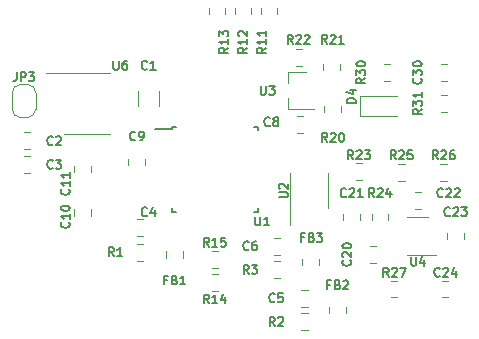
<source format=gbr>
G04 #@! TF.GenerationSoftware,KiCad,Pcbnew,5.1.6*
G04 #@! TF.CreationDate,2020-09-05T15:44:09+02:00*
G04 #@! TF.ProjectId,usynth-jlcpcb,7573796e-7468-42d6-9a6c-637063622e6b,2*
G04 #@! TF.SameCoordinates,Original*
G04 #@! TF.FileFunction,Legend,Top*
G04 #@! TF.FilePolarity,Positive*
%FSLAX46Y46*%
G04 Gerber Fmt 4.6, Leading zero omitted, Abs format (unit mm)*
G04 Created by KiCad (PCBNEW 5.1.6) date 2020-09-05 15:44:09*
%MOMM*%
%LPD*%
G01*
G04 APERTURE LIST*
%ADD10C,0.120000*%
%ADD11C,0.150000*%
%ADD12C,1.254000*%
%ADD13R,1.002000X0.902000*%
%ADD14O,1.802000X1.802000*%
%ADD15R,1.802000X1.802000*%
%ADD16R,1.102000X1.102000*%
%ADD17R,0.652000X1.702000*%
%ADD18R,1.702000X0.652000*%
%ADD19C,1.602000*%
%ADD20O,1.702000X1.702000*%
%ADD21R,1.702000X1.702000*%
%ADD22C,0.100000*%
%ADD23R,1.162000X0.752000*%
G04 APERTURE END LIST*
D10*
X130890000Y-75258578D02*
X130890000Y-74741422D01*
X132310000Y-75258578D02*
X132310000Y-74741422D01*
X138458578Y-85910000D02*
X137941422Y-85910000D01*
X138458578Y-84490000D02*
X137941422Y-84490000D01*
X144440000Y-67338000D02*
X144440000Y-68268000D01*
X144440000Y-70498000D02*
X144440000Y-69568000D01*
X144440000Y-70498000D02*
X146600000Y-70498000D01*
X144440000Y-67338000D02*
X145900000Y-67338000D01*
X148810000Y-66641422D02*
X148810000Y-67158578D01*
X147390000Y-66641422D02*
X147390000Y-67158578D01*
X145041422Y-65390000D02*
X145558578Y-65390000D01*
X145041422Y-66810000D02*
X145558578Y-66810000D01*
X148910000Y-70241422D02*
X148910000Y-70758578D01*
X147490000Y-70241422D02*
X147490000Y-70758578D01*
X143758578Y-84810000D02*
X143241422Y-84810000D01*
X143758578Y-83390000D02*
X143241422Y-83390000D01*
X146058578Y-89210000D02*
X145541422Y-89210000D01*
X146058578Y-87790000D02*
X145541422Y-87790000D01*
X132158578Y-83310000D02*
X131641422Y-83310000D01*
X132158578Y-81890000D02*
X131641422Y-81890000D01*
X147010000Y-83141422D02*
X147010000Y-83658578D01*
X145590000Y-83141422D02*
X145590000Y-83658578D01*
X149310000Y-87241422D02*
X149310000Y-87758578D01*
X147890000Y-87241422D02*
X147890000Y-87758578D01*
X135510000Y-82541422D02*
X135510000Y-83058578D01*
X134090000Y-82541422D02*
X134090000Y-83058578D01*
X143758578Y-82810000D02*
X143241422Y-82810000D01*
X143758578Y-81390000D02*
X143241422Y-81390000D01*
X146058578Y-87210000D02*
X145541422Y-87210000D01*
X146058578Y-85790000D02*
X145541422Y-85790000D01*
X132158578Y-81210000D02*
X131641422Y-81210000D01*
X132158578Y-79790000D02*
X131641422Y-79790000D01*
X131690000Y-70202064D02*
X131690000Y-68997936D01*
X133510000Y-70202064D02*
X133510000Y-68997936D01*
X145141422Y-71090000D02*
X145658578Y-71090000D01*
X145141422Y-72510000D02*
X145658578Y-72510000D01*
X152910000Y-79341422D02*
X152910000Y-79858578D01*
X151490000Y-79341422D02*
X151490000Y-79858578D01*
X152541422Y-66690000D02*
X153058578Y-66690000D01*
X152541422Y-68110000D02*
X153058578Y-68110000D01*
X147810000Y-77400000D02*
X147810000Y-75900000D01*
X147810000Y-77400000D02*
X147810000Y-78900000D01*
X144590000Y-77400000D02*
X144590000Y-75900000D01*
X144590000Y-77400000D02*
X144590000Y-80325000D01*
X150500000Y-69350000D02*
X150500000Y-71050000D01*
X150500000Y-71050000D02*
X153650000Y-71050000D01*
X150500000Y-69350000D02*
X153650000Y-69350000D01*
D11*
X134575000Y-71975000D02*
X134575000Y-72200000D01*
X141825000Y-71975000D02*
X141825000Y-72300000D01*
X141825000Y-79225000D02*
X141825000Y-78900000D01*
X134575000Y-79225000D02*
X134575000Y-78900000D01*
X134575000Y-71975000D02*
X134900000Y-71975000D01*
X134575000Y-79225000D02*
X134900000Y-79225000D01*
X141825000Y-79225000D02*
X141500000Y-79225000D01*
X141825000Y-71975000D02*
X141500000Y-71975000D01*
X134575000Y-72200000D02*
X133150000Y-72200000D01*
D10*
X150141422Y-75090000D02*
X150658578Y-75090000D01*
X150141422Y-76510000D02*
X150658578Y-76510000D01*
X150510000Y-79341422D02*
X150510000Y-79858578D01*
X149090000Y-79341422D02*
X149090000Y-79858578D01*
X157830578Y-76548000D02*
X157313422Y-76548000D01*
X157830578Y-75128000D02*
X157313422Y-75128000D01*
X153757422Y-75128000D02*
X154274578Y-75128000D01*
X153757422Y-76548000D02*
X154274578Y-76548000D01*
X121747000Y-68400000D02*
X122347000Y-68400000D01*
X121047000Y-70500000D02*
X121047000Y-69100000D01*
X122347000Y-71200000D02*
X121747000Y-71200000D01*
X123047000Y-69100000D02*
X123047000Y-70500000D01*
X122347000Y-68400000D02*
G75*
G02*
X123047000Y-69100000I0J-700000D01*
G01*
X121047000Y-69100000D02*
G75*
G02*
X121747000Y-68400000I700000J0D01*
G01*
X121747000Y-71200000D02*
G75*
G02*
X121047000Y-70500000I0J700000D01*
G01*
X123047000Y-70500000D02*
G75*
G02*
X122347000Y-71200000I-700000J0D01*
G01*
X157475422Y-85015000D02*
X157992578Y-85015000D01*
X157475422Y-86435000D02*
X157992578Y-86435000D01*
X151341422Y-82090000D02*
X151858578Y-82090000D01*
X151341422Y-83510000D02*
X151858578Y-83510000D01*
X155658578Y-78910000D02*
X155141422Y-78910000D01*
X155658578Y-77490000D02*
X155141422Y-77490000D01*
X159310000Y-80941422D02*
X159310000Y-81458578D01*
X157890000Y-80941422D02*
X157890000Y-81458578D01*
X122042422Y-72442000D02*
X122559578Y-72442000D01*
X122042422Y-73862000D02*
X122559578Y-73862000D01*
X156300000Y-79590000D02*
X154500000Y-79590000D01*
X154500000Y-82810000D02*
X156950000Y-82810000D01*
X127400000Y-72560000D02*
X129350000Y-72560000D01*
X127400000Y-72560000D02*
X125450000Y-72560000D01*
X127400000Y-67440000D02*
X129350000Y-67440000D01*
X127400000Y-67440000D02*
X123950000Y-67440000D01*
X153658578Y-86435000D02*
X153141422Y-86435000D01*
X153658578Y-85015000D02*
X153141422Y-85015000D01*
X139110000Y-61941422D02*
X139110000Y-62458578D01*
X137690000Y-61941422D02*
X137690000Y-62458578D01*
X141310000Y-61941422D02*
X141310000Y-62458578D01*
X139890000Y-61941422D02*
X139890000Y-62458578D01*
X143510000Y-61941422D02*
X143510000Y-62458578D01*
X142090000Y-61941422D02*
X142090000Y-62458578D01*
X137941422Y-82490000D02*
X138458578Y-82490000D01*
X137941422Y-83910000D02*
X138458578Y-83910000D01*
X157341422Y-69290000D02*
X157858578Y-69290000D01*
X157341422Y-70710000D02*
X157858578Y-70710000D01*
X127710000Y-78989422D02*
X127710000Y-79506578D01*
X126290000Y-78989422D02*
X126290000Y-79506578D01*
X126290000Y-75823578D02*
X126290000Y-75306422D01*
X127710000Y-75823578D02*
X127710000Y-75306422D01*
X157858578Y-68110000D02*
X157341422Y-68110000D01*
X157858578Y-66690000D02*
X157341422Y-66690000D01*
X122042422Y-74474000D02*
X122559578Y-74474000D01*
X122042422Y-75894000D02*
X122559578Y-75894000D01*
D11*
X131475000Y-73067857D02*
X131439285Y-73103571D01*
X131332142Y-73139285D01*
X131260714Y-73139285D01*
X131153571Y-73103571D01*
X131082142Y-73032142D01*
X131046428Y-72960714D01*
X131010714Y-72817857D01*
X131010714Y-72710714D01*
X131046428Y-72567857D01*
X131082142Y-72496428D01*
X131153571Y-72425000D01*
X131260714Y-72389285D01*
X131332142Y-72389285D01*
X131439285Y-72425000D01*
X131475000Y-72460714D01*
X131832142Y-73139285D02*
X131975000Y-73139285D01*
X132046428Y-73103571D01*
X132082142Y-73067857D01*
X132153571Y-72960714D01*
X132189285Y-72817857D01*
X132189285Y-72532142D01*
X132153571Y-72460714D01*
X132117857Y-72425000D01*
X132046428Y-72389285D01*
X131903571Y-72389285D01*
X131832142Y-72425000D01*
X131796428Y-72460714D01*
X131760714Y-72532142D01*
X131760714Y-72710714D01*
X131796428Y-72782142D01*
X131832142Y-72817857D01*
X131903571Y-72853571D01*
X132046428Y-72853571D01*
X132117857Y-72817857D01*
X132153571Y-72782142D01*
X132189285Y-72710714D01*
X137717857Y-86939285D02*
X137467857Y-86582142D01*
X137289285Y-86939285D02*
X137289285Y-86189285D01*
X137575000Y-86189285D01*
X137646428Y-86225000D01*
X137682142Y-86260714D01*
X137717857Y-86332142D01*
X137717857Y-86439285D01*
X137682142Y-86510714D01*
X137646428Y-86546428D01*
X137575000Y-86582142D01*
X137289285Y-86582142D01*
X138432142Y-86939285D02*
X138003571Y-86939285D01*
X138217857Y-86939285D02*
X138217857Y-86189285D01*
X138146428Y-86296428D01*
X138075000Y-86367857D01*
X138003571Y-86403571D01*
X139075000Y-86439285D02*
X139075000Y-86939285D01*
X138896428Y-86153571D02*
X138717857Y-86689285D01*
X139182142Y-86689285D01*
X142088571Y-68507285D02*
X142088571Y-69114428D01*
X142124285Y-69185857D01*
X142160000Y-69221571D01*
X142231428Y-69257285D01*
X142374285Y-69257285D01*
X142445714Y-69221571D01*
X142481428Y-69185857D01*
X142517142Y-69114428D01*
X142517142Y-68507285D01*
X142802857Y-68507285D02*
X143267142Y-68507285D01*
X143017142Y-68793000D01*
X143124285Y-68793000D01*
X143195714Y-68828714D01*
X143231428Y-68864428D01*
X143267142Y-68935857D01*
X143267142Y-69114428D01*
X143231428Y-69185857D01*
X143195714Y-69221571D01*
X143124285Y-69257285D01*
X142910000Y-69257285D01*
X142838571Y-69221571D01*
X142802857Y-69185857D01*
X147717857Y-64939285D02*
X147467857Y-64582142D01*
X147289285Y-64939285D02*
X147289285Y-64189285D01*
X147575000Y-64189285D01*
X147646428Y-64225000D01*
X147682142Y-64260714D01*
X147717857Y-64332142D01*
X147717857Y-64439285D01*
X147682142Y-64510714D01*
X147646428Y-64546428D01*
X147575000Y-64582142D01*
X147289285Y-64582142D01*
X148003571Y-64260714D02*
X148039285Y-64225000D01*
X148110714Y-64189285D01*
X148289285Y-64189285D01*
X148360714Y-64225000D01*
X148396428Y-64260714D01*
X148432142Y-64332142D01*
X148432142Y-64403571D01*
X148396428Y-64510714D01*
X147967857Y-64939285D01*
X148432142Y-64939285D01*
X149146428Y-64939285D02*
X148717857Y-64939285D01*
X148932142Y-64939285D02*
X148932142Y-64189285D01*
X148860714Y-64296428D01*
X148789285Y-64367857D01*
X148717857Y-64403571D01*
X144817857Y-64939285D02*
X144567857Y-64582142D01*
X144389285Y-64939285D02*
X144389285Y-64189285D01*
X144675000Y-64189285D01*
X144746428Y-64225000D01*
X144782142Y-64260714D01*
X144817857Y-64332142D01*
X144817857Y-64439285D01*
X144782142Y-64510714D01*
X144746428Y-64546428D01*
X144675000Y-64582142D01*
X144389285Y-64582142D01*
X145103571Y-64260714D02*
X145139285Y-64225000D01*
X145210714Y-64189285D01*
X145389285Y-64189285D01*
X145460714Y-64225000D01*
X145496428Y-64260714D01*
X145532142Y-64332142D01*
X145532142Y-64403571D01*
X145496428Y-64510714D01*
X145067857Y-64939285D01*
X145532142Y-64939285D01*
X145817857Y-64260714D02*
X145853571Y-64225000D01*
X145925000Y-64189285D01*
X146103571Y-64189285D01*
X146175000Y-64225000D01*
X146210714Y-64260714D01*
X146246428Y-64332142D01*
X146246428Y-64403571D01*
X146210714Y-64510714D01*
X145782142Y-64939285D01*
X146246428Y-64939285D01*
X147717857Y-73242285D02*
X147467857Y-72885142D01*
X147289285Y-73242285D02*
X147289285Y-72492285D01*
X147575000Y-72492285D01*
X147646428Y-72528000D01*
X147682142Y-72563714D01*
X147717857Y-72635142D01*
X147717857Y-72742285D01*
X147682142Y-72813714D01*
X147646428Y-72849428D01*
X147575000Y-72885142D01*
X147289285Y-72885142D01*
X148003571Y-72563714D02*
X148039285Y-72528000D01*
X148110714Y-72492285D01*
X148289285Y-72492285D01*
X148360714Y-72528000D01*
X148396428Y-72563714D01*
X148432142Y-72635142D01*
X148432142Y-72706571D01*
X148396428Y-72813714D01*
X147967857Y-73242285D01*
X148432142Y-73242285D01*
X148896428Y-72492285D02*
X148967857Y-72492285D01*
X149039285Y-72528000D01*
X149075000Y-72563714D01*
X149110714Y-72635142D01*
X149146428Y-72778000D01*
X149146428Y-72956571D01*
X149110714Y-73099428D01*
X149075000Y-73170857D01*
X149039285Y-73206571D01*
X148967857Y-73242285D01*
X148896428Y-73242285D01*
X148825000Y-73206571D01*
X148789285Y-73170857D01*
X148753571Y-73099428D01*
X148717857Y-72956571D01*
X148717857Y-72778000D01*
X148753571Y-72635142D01*
X148789285Y-72563714D01*
X148825000Y-72528000D01*
X148896428Y-72492285D01*
X141075000Y-84439285D02*
X140825000Y-84082142D01*
X140646428Y-84439285D02*
X140646428Y-83689285D01*
X140932142Y-83689285D01*
X141003571Y-83725000D01*
X141039285Y-83760714D01*
X141075000Y-83832142D01*
X141075000Y-83939285D01*
X141039285Y-84010714D01*
X141003571Y-84046428D01*
X140932142Y-84082142D01*
X140646428Y-84082142D01*
X141325000Y-83689285D02*
X141789285Y-83689285D01*
X141539285Y-83975000D01*
X141646428Y-83975000D01*
X141717857Y-84010714D01*
X141753571Y-84046428D01*
X141789285Y-84117857D01*
X141789285Y-84296428D01*
X141753571Y-84367857D01*
X141717857Y-84403571D01*
X141646428Y-84439285D01*
X141432142Y-84439285D01*
X141360714Y-84403571D01*
X141325000Y-84367857D01*
X143275000Y-88839285D02*
X143025000Y-88482142D01*
X142846428Y-88839285D02*
X142846428Y-88089285D01*
X143132142Y-88089285D01*
X143203571Y-88125000D01*
X143239285Y-88160714D01*
X143275000Y-88232142D01*
X143275000Y-88339285D01*
X143239285Y-88410714D01*
X143203571Y-88446428D01*
X143132142Y-88482142D01*
X142846428Y-88482142D01*
X143560714Y-88160714D02*
X143596428Y-88125000D01*
X143667857Y-88089285D01*
X143846428Y-88089285D01*
X143917857Y-88125000D01*
X143953571Y-88160714D01*
X143989285Y-88232142D01*
X143989285Y-88303571D01*
X143953571Y-88410714D01*
X143525000Y-88839285D01*
X143989285Y-88839285D01*
X129675000Y-82939285D02*
X129425000Y-82582142D01*
X129246428Y-82939285D02*
X129246428Y-82189285D01*
X129532142Y-82189285D01*
X129603571Y-82225000D01*
X129639285Y-82260714D01*
X129675000Y-82332142D01*
X129675000Y-82439285D01*
X129639285Y-82510714D01*
X129603571Y-82546428D01*
X129532142Y-82582142D01*
X129246428Y-82582142D01*
X130389285Y-82939285D02*
X129960714Y-82939285D01*
X130175000Y-82939285D02*
X130175000Y-82189285D01*
X130103571Y-82296428D01*
X130032142Y-82367857D01*
X129960714Y-82403571D01*
X145775000Y-81346428D02*
X145525000Y-81346428D01*
X145525000Y-81739285D02*
X145525000Y-80989285D01*
X145882142Y-80989285D01*
X146417857Y-81346428D02*
X146525000Y-81382142D01*
X146560714Y-81417857D01*
X146596428Y-81489285D01*
X146596428Y-81596428D01*
X146560714Y-81667857D01*
X146525000Y-81703571D01*
X146453571Y-81739285D01*
X146167857Y-81739285D01*
X146167857Y-80989285D01*
X146417857Y-80989285D01*
X146489285Y-81025000D01*
X146525000Y-81060714D01*
X146560714Y-81132142D01*
X146560714Y-81203571D01*
X146525000Y-81275000D01*
X146489285Y-81310714D01*
X146417857Y-81346428D01*
X146167857Y-81346428D01*
X146846428Y-80989285D02*
X147310714Y-80989285D01*
X147060714Y-81275000D01*
X147167857Y-81275000D01*
X147239285Y-81310714D01*
X147275000Y-81346428D01*
X147310714Y-81417857D01*
X147310714Y-81596428D01*
X147275000Y-81667857D01*
X147239285Y-81703571D01*
X147167857Y-81739285D01*
X146953571Y-81739285D01*
X146882142Y-81703571D01*
X146846428Y-81667857D01*
X147975000Y-85346428D02*
X147725000Y-85346428D01*
X147725000Y-85739285D02*
X147725000Y-84989285D01*
X148082142Y-84989285D01*
X148617857Y-85346428D02*
X148725000Y-85382142D01*
X148760714Y-85417857D01*
X148796428Y-85489285D01*
X148796428Y-85596428D01*
X148760714Y-85667857D01*
X148725000Y-85703571D01*
X148653571Y-85739285D01*
X148367857Y-85739285D01*
X148367857Y-84989285D01*
X148617857Y-84989285D01*
X148689285Y-85025000D01*
X148725000Y-85060714D01*
X148760714Y-85132142D01*
X148760714Y-85203571D01*
X148725000Y-85275000D01*
X148689285Y-85310714D01*
X148617857Y-85346428D01*
X148367857Y-85346428D01*
X149082142Y-85060714D02*
X149117857Y-85025000D01*
X149189285Y-84989285D01*
X149367857Y-84989285D01*
X149439285Y-85025000D01*
X149475000Y-85060714D01*
X149510714Y-85132142D01*
X149510714Y-85203571D01*
X149475000Y-85310714D01*
X149046428Y-85739285D01*
X149510714Y-85739285D01*
X134175000Y-84946428D02*
X133925000Y-84946428D01*
X133925000Y-85339285D02*
X133925000Y-84589285D01*
X134282142Y-84589285D01*
X134817857Y-84946428D02*
X134925000Y-84982142D01*
X134960714Y-85017857D01*
X134996428Y-85089285D01*
X134996428Y-85196428D01*
X134960714Y-85267857D01*
X134925000Y-85303571D01*
X134853571Y-85339285D01*
X134567857Y-85339285D01*
X134567857Y-84589285D01*
X134817857Y-84589285D01*
X134889285Y-84625000D01*
X134925000Y-84660714D01*
X134960714Y-84732142D01*
X134960714Y-84803571D01*
X134925000Y-84875000D01*
X134889285Y-84910714D01*
X134817857Y-84946428D01*
X134567857Y-84946428D01*
X135710714Y-85339285D02*
X135282142Y-85339285D01*
X135496428Y-85339285D02*
X135496428Y-84589285D01*
X135425000Y-84696428D01*
X135353571Y-84767857D01*
X135282142Y-84803571D01*
X141075000Y-82367857D02*
X141039285Y-82403571D01*
X140932142Y-82439285D01*
X140860714Y-82439285D01*
X140753571Y-82403571D01*
X140682142Y-82332142D01*
X140646428Y-82260714D01*
X140610714Y-82117857D01*
X140610714Y-82010714D01*
X140646428Y-81867857D01*
X140682142Y-81796428D01*
X140753571Y-81725000D01*
X140860714Y-81689285D01*
X140932142Y-81689285D01*
X141039285Y-81725000D01*
X141075000Y-81760714D01*
X141717857Y-81689285D02*
X141575000Y-81689285D01*
X141503571Y-81725000D01*
X141467857Y-81760714D01*
X141396428Y-81867857D01*
X141360714Y-82010714D01*
X141360714Y-82296428D01*
X141396428Y-82367857D01*
X141432142Y-82403571D01*
X141503571Y-82439285D01*
X141646428Y-82439285D01*
X141717857Y-82403571D01*
X141753571Y-82367857D01*
X141789285Y-82296428D01*
X141789285Y-82117857D01*
X141753571Y-82046428D01*
X141717857Y-82010714D01*
X141646428Y-81975000D01*
X141503571Y-81975000D01*
X141432142Y-82010714D01*
X141396428Y-82046428D01*
X141360714Y-82117857D01*
X143275000Y-86767857D02*
X143239285Y-86803571D01*
X143132142Y-86839285D01*
X143060714Y-86839285D01*
X142953571Y-86803571D01*
X142882142Y-86732142D01*
X142846428Y-86660714D01*
X142810714Y-86517857D01*
X142810714Y-86410714D01*
X142846428Y-86267857D01*
X142882142Y-86196428D01*
X142953571Y-86125000D01*
X143060714Y-86089285D01*
X143132142Y-86089285D01*
X143239285Y-86125000D01*
X143275000Y-86160714D01*
X143953571Y-86089285D02*
X143596428Y-86089285D01*
X143560714Y-86446428D01*
X143596428Y-86410714D01*
X143667857Y-86375000D01*
X143846428Y-86375000D01*
X143917857Y-86410714D01*
X143953571Y-86446428D01*
X143989285Y-86517857D01*
X143989285Y-86696428D01*
X143953571Y-86767857D01*
X143917857Y-86803571D01*
X143846428Y-86839285D01*
X143667857Y-86839285D01*
X143596428Y-86803571D01*
X143560714Y-86767857D01*
X132475000Y-79467857D02*
X132439285Y-79503571D01*
X132332142Y-79539285D01*
X132260714Y-79539285D01*
X132153571Y-79503571D01*
X132082142Y-79432142D01*
X132046428Y-79360714D01*
X132010714Y-79217857D01*
X132010714Y-79110714D01*
X132046428Y-78967857D01*
X132082142Y-78896428D01*
X132153571Y-78825000D01*
X132260714Y-78789285D01*
X132332142Y-78789285D01*
X132439285Y-78825000D01*
X132475000Y-78860714D01*
X133117857Y-79039285D02*
X133117857Y-79539285D01*
X132939285Y-78753571D02*
X132760714Y-79289285D01*
X133225000Y-79289285D01*
X132475000Y-67067857D02*
X132439285Y-67103571D01*
X132332142Y-67139285D01*
X132260714Y-67139285D01*
X132153571Y-67103571D01*
X132082142Y-67032142D01*
X132046428Y-66960714D01*
X132010714Y-66817857D01*
X132010714Y-66710714D01*
X132046428Y-66567857D01*
X132082142Y-66496428D01*
X132153571Y-66425000D01*
X132260714Y-66389285D01*
X132332142Y-66389285D01*
X132439285Y-66425000D01*
X132475000Y-66460714D01*
X133189285Y-67139285D02*
X132760714Y-67139285D01*
X132975000Y-67139285D02*
X132975000Y-66389285D01*
X132903571Y-66496428D01*
X132832142Y-66567857D01*
X132760714Y-66603571D01*
X142875000Y-71867857D02*
X142839285Y-71903571D01*
X142732142Y-71939285D01*
X142660714Y-71939285D01*
X142553571Y-71903571D01*
X142482142Y-71832142D01*
X142446428Y-71760714D01*
X142410714Y-71617857D01*
X142410714Y-71510714D01*
X142446428Y-71367857D01*
X142482142Y-71296428D01*
X142553571Y-71225000D01*
X142660714Y-71189285D01*
X142732142Y-71189285D01*
X142839285Y-71225000D01*
X142875000Y-71260714D01*
X143303571Y-71510714D02*
X143232142Y-71475000D01*
X143196428Y-71439285D01*
X143160714Y-71367857D01*
X143160714Y-71332142D01*
X143196428Y-71260714D01*
X143232142Y-71225000D01*
X143303571Y-71189285D01*
X143446428Y-71189285D01*
X143517857Y-71225000D01*
X143553571Y-71260714D01*
X143589285Y-71332142D01*
X143589285Y-71367857D01*
X143553571Y-71439285D01*
X143517857Y-71475000D01*
X143446428Y-71510714D01*
X143303571Y-71510714D01*
X143232142Y-71546428D01*
X143196428Y-71582142D01*
X143160714Y-71653571D01*
X143160714Y-71796428D01*
X143196428Y-71867857D01*
X143232142Y-71903571D01*
X143303571Y-71939285D01*
X143446428Y-71939285D01*
X143517857Y-71903571D01*
X143553571Y-71867857D01*
X143589285Y-71796428D01*
X143589285Y-71653571D01*
X143553571Y-71582142D01*
X143517857Y-71546428D01*
X143446428Y-71510714D01*
X151717857Y-77939285D02*
X151467857Y-77582142D01*
X151289285Y-77939285D02*
X151289285Y-77189285D01*
X151575000Y-77189285D01*
X151646428Y-77225000D01*
X151682142Y-77260714D01*
X151717857Y-77332142D01*
X151717857Y-77439285D01*
X151682142Y-77510714D01*
X151646428Y-77546428D01*
X151575000Y-77582142D01*
X151289285Y-77582142D01*
X152003571Y-77260714D02*
X152039285Y-77225000D01*
X152110714Y-77189285D01*
X152289285Y-77189285D01*
X152360714Y-77225000D01*
X152396428Y-77260714D01*
X152432142Y-77332142D01*
X152432142Y-77403571D01*
X152396428Y-77510714D01*
X151967857Y-77939285D01*
X152432142Y-77939285D01*
X153075000Y-77439285D02*
X153075000Y-77939285D01*
X152896428Y-77153571D02*
X152717857Y-77689285D01*
X153182142Y-77689285D01*
X150939285Y-67882142D02*
X150582142Y-68132142D01*
X150939285Y-68310714D02*
X150189285Y-68310714D01*
X150189285Y-68025000D01*
X150225000Y-67953571D01*
X150260714Y-67917857D01*
X150332142Y-67882142D01*
X150439285Y-67882142D01*
X150510714Y-67917857D01*
X150546428Y-67953571D01*
X150582142Y-68025000D01*
X150582142Y-68310714D01*
X150189285Y-67632142D02*
X150189285Y-67167857D01*
X150475000Y-67417857D01*
X150475000Y-67310714D01*
X150510714Y-67239285D01*
X150546428Y-67203571D01*
X150617857Y-67167857D01*
X150796428Y-67167857D01*
X150867857Y-67203571D01*
X150903571Y-67239285D01*
X150939285Y-67310714D01*
X150939285Y-67525000D01*
X150903571Y-67596428D01*
X150867857Y-67632142D01*
X150189285Y-66703571D02*
X150189285Y-66632142D01*
X150225000Y-66560714D01*
X150260714Y-66525000D01*
X150332142Y-66489285D01*
X150475000Y-66453571D01*
X150653571Y-66453571D01*
X150796428Y-66489285D01*
X150867857Y-66525000D01*
X150903571Y-66560714D01*
X150939285Y-66632142D01*
X150939285Y-66703571D01*
X150903571Y-66775000D01*
X150867857Y-66810714D01*
X150796428Y-66846428D01*
X150653571Y-66882142D01*
X150475000Y-66882142D01*
X150332142Y-66846428D01*
X150260714Y-66810714D01*
X150225000Y-66775000D01*
X150189285Y-66703571D01*
X143630285Y-77971428D02*
X144237428Y-77971428D01*
X144308857Y-77935714D01*
X144344571Y-77900000D01*
X144380285Y-77828571D01*
X144380285Y-77685714D01*
X144344571Y-77614285D01*
X144308857Y-77578571D01*
X144237428Y-77542857D01*
X143630285Y-77542857D01*
X143701714Y-77221428D02*
X143666000Y-77185714D01*
X143630285Y-77114285D01*
X143630285Y-76935714D01*
X143666000Y-76864285D01*
X143701714Y-76828571D01*
X143773142Y-76792857D01*
X143844571Y-76792857D01*
X143951714Y-76828571D01*
X144380285Y-77257142D01*
X144380285Y-76792857D01*
X150139285Y-69953571D02*
X149389285Y-69953571D01*
X149389285Y-69775000D01*
X149425000Y-69667857D01*
X149496428Y-69596428D01*
X149567857Y-69560714D01*
X149710714Y-69525000D01*
X149817857Y-69525000D01*
X149960714Y-69560714D01*
X150032142Y-69596428D01*
X150103571Y-69667857D01*
X150139285Y-69775000D01*
X150139285Y-69953571D01*
X149639285Y-68882142D02*
X150139285Y-68882142D01*
X149353571Y-69060714D02*
X149889285Y-69239285D01*
X149889285Y-68775000D01*
X141628571Y-79589285D02*
X141628571Y-80196428D01*
X141664285Y-80267857D01*
X141700000Y-80303571D01*
X141771428Y-80339285D01*
X141914285Y-80339285D01*
X141985714Y-80303571D01*
X142021428Y-80267857D01*
X142057142Y-80196428D01*
X142057142Y-79589285D01*
X142807142Y-80339285D02*
X142378571Y-80339285D01*
X142592857Y-80339285D02*
X142592857Y-79589285D01*
X142521428Y-79696428D01*
X142450000Y-79767857D01*
X142378571Y-79803571D01*
X149917857Y-74739285D02*
X149667857Y-74382142D01*
X149489285Y-74739285D02*
X149489285Y-73989285D01*
X149775000Y-73989285D01*
X149846428Y-74025000D01*
X149882142Y-74060714D01*
X149917857Y-74132142D01*
X149917857Y-74239285D01*
X149882142Y-74310714D01*
X149846428Y-74346428D01*
X149775000Y-74382142D01*
X149489285Y-74382142D01*
X150203571Y-74060714D02*
X150239285Y-74025000D01*
X150310714Y-73989285D01*
X150489285Y-73989285D01*
X150560714Y-74025000D01*
X150596428Y-74060714D01*
X150632142Y-74132142D01*
X150632142Y-74203571D01*
X150596428Y-74310714D01*
X150167857Y-74739285D01*
X150632142Y-74739285D01*
X150882142Y-73989285D02*
X151346428Y-73989285D01*
X151096428Y-74275000D01*
X151203571Y-74275000D01*
X151275000Y-74310714D01*
X151310714Y-74346428D01*
X151346428Y-74417857D01*
X151346428Y-74596428D01*
X151310714Y-74667857D01*
X151275000Y-74703571D01*
X151203571Y-74739285D01*
X150989285Y-74739285D01*
X150917857Y-74703571D01*
X150882142Y-74667857D01*
X149317857Y-77867857D02*
X149282142Y-77903571D01*
X149175000Y-77939285D01*
X149103571Y-77939285D01*
X148996428Y-77903571D01*
X148925000Y-77832142D01*
X148889285Y-77760714D01*
X148853571Y-77617857D01*
X148853571Y-77510714D01*
X148889285Y-77367857D01*
X148925000Y-77296428D01*
X148996428Y-77225000D01*
X149103571Y-77189285D01*
X149175000Y-77189285D01*
X149282142Y-77225000D01*
X149317857Y-77260714D01*
X149603571Y-77260714D02*
X149639285Y-77225000D01*
X149710714Y-77189285D01*
X149889285Y-77189285D01*
X149960714Y-77225000D01*
X149996428Y-77260714D01*
X150032142Y-77332142D01*
X150032142Y-77403571D01*
X149996428Y-77510714D01*
X149567857Y-77939285D01*
X150032142Y-77939285D01*
X150746428Y-77939285D02*
X150317857Y-77939285D01*
X150532142Y-77939285D02*
X150532142Y-77189285D01*
X150460714Y-77296428D01*
X150389285Y-77367857D01*
X150317857Y-77403571D01*
X157089857Y-74739285D02*
X156839857Y-74382142D01*
X156661285Y-74739285D02*
X156661285Y-73989285D01*
X156947000Y-73989285D01*
X157018428Y-74025000D01*
X157054142Y-74060714D01*
X157089857Y-74132142D01*
X157089857Y-74239285D01*
X157054142Y-74310714D01*
X157018428Y-74346428D01*
X156947000Y-74382142D01*
X156661285Y-74382142D01*
X157375571Y-74060714D02*
X157411285Y-74025000D01*
X157482714Y-73989285D01*
X157661285Y-73989285D01*
X157732714Y-74025000D01*
X157768428Y-74060714D01*
X157804142Y-74132142D01*
X157804142Y-74203571D01*
X157768428Y-74310714D01*
X157339857Y-74739285D01*
X157804142Y-74739285D01*
X158447000Y-73989285D02*
X158304142Y-73989285D01*
X158232714Y-74025000D01*
X158197000Y-74060714D01*
X158125571Y-74167857D01*
X158089857Y-74310714D01*
X158089857Y-74596428D01*
X158125571Y-74667857D01*
X158161285Y-74703571D01*
X158232714Y-74739285D01*
X158375571Y-74739285D01*
X158447000Y-74703571D01*
X158482714Y-74667857D01*
X158518428Y-74596428D01*
X158518428Y-74417857D01*
X158482714Y-74346428D01*
X158447000Y-74310714D01*
X158375571Y-74275000D01*
X158232714Y-74275000D01*
X158161285Y-74310714D01*
X158125571Y-74346428D01*
X158089857Y-74417857D01*
X153517857Y-74739285D02*
X153267857Y-74382142D01*
X153089285Y-74739285D02*
X153089285Y-73989285D01*
X153375000Y-73989285D01*
X153446428Y-74025000D01*
X153482142Y-74060714D01*
X153517857Y-74132142D01*
X153517857Y-74239285D01*
X153482142Y-74310714D01*
X153446428Y-74346428D01*
X153375000Y-74382142D01*
X153089285Y-74382142D01*
X153803571Y-74060714D02*
X153839285Y-74025000D01*
X153910714Y-73989285D01*
X154089285Y-73989285D01*
X154160714Y-74025000D01*
X154196428Y-74060714D01*
X154232142Y-74132142D01*
X154232142Y-74203571D01*
X154196428Y-74310714D01*
X153767857Y-74739285D01*
X154232142Y-74739285D01*
X154910714Y-73989285D02*
X154553571Y-73989285D01*
X154517857Y-74346428D01*
X154553571Y-74310714D01*
X154625000Y-74275000D01*
X154803571Y-74275000D01*
X154875000Y-74310714D01*
X154910714Y-74346428D01*
X154946428Y-74417857D01*
X154946428Y-74596428D01*
X154910714Y-74667857D01*
X154875000Y-74703571D01*
X154803571Y-74739285D01*
X154625000Y-74739285D01*
X154553571Y-74703571D01*
X154517857Y-74667857D01*
X121422000Y-67389285D02*
X121422000Y-67925000D01*
X121386285Y-68032142D01*
X121314857Y-68103571D01*
X121207714Y-68139285D01*
X121136285Y-68139285D01*
X121779142Y-68139285D02*
X121779142Y-67389285D01*
X122064857Y-67389285D01*
X122136285Y-67425000D01*
X122172000Y-67460714D01*
X122207714Y-67532142D01*
X122207714Y-67639285D01*
X122172000Y-67710714D01*
X122136285Y-67746428D01*
X122064857Y-67782142D01*
X121779142Y-67782142D01*
X122457714Y-67389285D02*
X122922000Y-67389285D01*
X122672000Y-67675000D01*
X122779142Y-67675000D01*
X122850571Y-67710714D01*
X122886285Y-67746428D01*
X122922000Y-67817857D01*
X122922000Y-67996428D01*
X122886285Y-68067857D01*
X122850571Y-68103571D01*
X122779142Y-68139285D01*
X122564857Y-68139285D01*
X122493428Y-68103571D01*
X122457714Y-68067857D01*
X157251857Y-84595857D02*
X157216142Y-84631571D01*
X157109000Y-84667285D01*
X157037571Y-84667285D01*
X156930428Y-84631571D01*
X156859000Y-84560142D01*
X156823285Y-84488714D01*
X156787571Y-84345857D01*
X156787571Y-84238714D01*
X156823285Y-84095857D01*
X156859000Y-84024428D01*
X156930428Y-83953000D01*
X157037571Y-83917285D01*
X157109000Y-83917285D01*
X157216142Y-83953000D01*
X157251857Y-83988714D01*
X157537571Y-83988714D02*
X157573285Y-83953000D01*
X157644714Y-83917285D01*
X157823285Y-83917285D01*
X157894714Y-83953000D01*
X157930428Y-83988714D01*
X157966142Y-84060142D01*
X157966142Y-84131571D01*
X157930428Y-84238714D01*
X157501857Y-84667285D01*
X157966142Y-84667285D01*
X158609000Y-84167285D02*
X158609000Y-84667285D01*
X158430428Y-83881571D02*
X158251857Y-84417285D01*
X158716142Y-84417285D01*
X149667857Y-83282142D02*
X149703571Y-83317857D01*
X149739285Y-83425000D01*
X149739285Y-83496428D01*
X149703571Y-83603571D01*
X149632142Y-83675000D01*
X149560714Y-83710714D01*
X149417857Y-83746428D01*
X149310714Y-83746428D01*
X149167857Y-83710714D01*
X149096428Y-83675000D01*
X149025000Y-83603571D01*
X148989285Y-83496428D01*
X148989285Y-83425000D01*
X149025000Y-83317857D01*
X149060714Y-83282142D01*
X149060714Y-82996428D02*
X149025000Y-82960714D01*
X148989285Y-82889285D01*
X148989285Y-82710714D01*
X149025000Y-82639285D01*
X149060714Y-82603571D01*
X149132142Y-82567857D01*
X149203571Y-82567857D01*
X149310714Y-82603571D01*
X149739285Y-83032142D01*
X149739285Y-82567857D01*
X148989285Y-82103571D02*
X148989285Y-82032142D01*
X149025000Y-81960714D01*
X149060714Y-81925000D01*
X149132142Y-81889285D01*
X149275000Y-81853571D01*
X149453571Y-81853571D01*
X149596428Y-81889285D01*
X149667857Y-81925000D01*
X149703571Y-81960714D01*
X149739285Y-82032142D01*
X149739285Y-82103571D01*
X149703571Y-82175000D01*
X149667857Y-82210714D01*
X149596428Y-82246428D01*
X149453571Y-82282142D01*
X149275000Y-82282142D01*
X149132142Y-82246428D01*
X149060714Y-82210714D01*
X149025000Y-82175000D01*
X148989285Y-82103571D01*
X157517857Y-77867857D02*
X157482142Y-77903571D01*
X157375000Y-77939285D01*
X157303571Y-77939285D01*
X157196428Y-77903571D01*
X157125000Y-77832142D01*
X157089285Y-77760714D01*
X157053571Y-77617857D01*
X157053571Y-77510714D01*
X157089285Y-77367857D01*
X157125000Y-77296428D01*
X157196428Y-77225000D01*
X157303571Y-77189285D01*
X157375000Y-77189285D01*
X157482142Y-77225000D01*
X157517857Y-77260714D01*
X157803571Y-77260714D02*
X157839285Y-77225000D01*
X157910714Y-77189285D01*
X158089285Y-77189285D01*
X158160714Y-77225000D01*
X158196428Y-77260714D01*
X158232142Y-77332142D01*
X158232142Y-77403571D01*
X158196428Y-77510714D01*
X157767857Y-77939285D01*
X158232142Y-77939285D01*
X158517857Y-77260714D02*
X158553571Y-77225000D01*
X158625000Y-77189285D01*
X158803571Y-77189285D01*
X158875000Y-77225000D01*
X158910714Y-77260714D01*
X158946428Y-77332142D01*
X158946428Y-77403571D01*
X158910714Y-77510714D01*
X158482142Y-77939285D01*
X158946428Y-77939285D01*
X158117857Y-79467857D02*
X158082142Y-79503571D01*
X157975000Y-79539285D01*
X157903571Y-79539285D01*
X157796428Y-79503571D01*
X157725000Y-79432142D01*
X157689285Y-79360714D01*
X157653571Y-79217857D01*
X157653571Y-79110714D01*
X157689285Y-78967857D01*
X157725000Y-78896428D01*
X157796428Y-78825000D01*
X157903571Y-78789285D01*
X157975000Y-78789285D01*
X158082142Y-78825000D01*
X158117857Y-78860714D01*
X158403571Y-78860714D02*
X158439285Y-78825000D01*
X158510714Y-78789285D01*
X158689285Y-78789285D01*
X158760714Y-78825000D01*
X158796428Y-78860714D01*
X158832142Y-78932142D01*
X158832142Y-79003571D01*
X158796428Y-79110714D01*
X158367857Y-79539285D01*
X158832142Y-79539285D01*
X159082142Y-78789285D02*
X159546428Y-78789285D01*
X159296428Y-79075000D01*
X159403571Y-79075000D01*
X159475000Y-79110714D01*
X159510714Y-79146428D01*
X159546428Y-79217857D01*
X159546428Y-79396428D01*
X159510714Y-79467857D01*
X159475000Y-79503571D01*
X159403571Y-79539285D01*
X159189285Y-79539285D01*
X159117857Y-79503571D01*
X159082142Y-79467857D01*
X124475000Y-73467857D02*
X124439285Y-73503571D01*
X124332142Y-73539285D01*
X124260714Y-73539285D01*
X124153571Y-73503571D01*
X124082142Y-73432142D01*
X124046428Y-73360714D01*
X124010714Y-73217857D01*
X124010714Y-73110714D01*
X124046428Y-72967857D01*
X124082142Y-72896428D01*
X124153571Y-72825000D01*
X124260714Y-72789285D01*
X124332142Y-72789285D01*
X124439285Y-72825000D01*
X124475000Y-72860714D01*
X124760714Y-72860714D02*
X124796428Y-72825000D01*
X124867857Y-72789285D01*
X125046428Y-72789285D01*
X125117857Y-72825000D01*
X125153571Y-72860714D01*
X125189285Y-72932142D01*
X125189285Y-73003571D01*
X125153571Y-73110714D01*
X124725000Y-73539285D01*
X125189285Y-73539285D01*
X154828571Y-82989285D02*
X154828571Y-83596428D01*
X154864285Y-83667857D01*
X154900000Y-83703571D01*
X154971428Y-83739285D01*
X155114285Y-83739285D01*
X155185714Y-83703571D01*
X155221428Y-83667857D01*
X155257142Y-83596428D01*
X155257142Y-82989285D01*
X155935714Y-83239285D02*
X155935714Y-83739285D01*
X155757142Y-82953571D02*
X155578571Y-83489285D01*
X156042857Y-83489285D01*
X129628571Y-66389285D02*
X129628571Y-66996428D01*
X129664285Y-67067857D01*
X129700000Y-67103571D01*
X129771428Y-67139285D01*
X129914285Y-67139285D01*
X129985714Y-67103571D01*
X130021428Y-67067857D01*
X130057142Y-66996428D01*
X130057142Y-66389285D01*
X130735714Y-66389285D02*
X130592857Y-66389285D01*
X130521428Y-66425000D01*
X130485714Y-66460714D01*
X130414285Y-66567857D01*
X130378571Y-66710714D01*
X130378571Y-66996428D01*
X130414285Y-67067857D01*
X130450000Y-67103571D01*
X130521428Y-67139285D01*
X130664285Y-67139285D01*
X130735714Y-67103571D01*
X130771428Y-67067857D01*
X130807142Y-66996428D01*
X130807142Y-66817857D01*
X130771428Y-66746428D01*
X130735714Y-66710714D01*
X130664285Y-66675000D01*
X130521428Y-66675000D01*
X130450000Y-66710714D01*
X130414285Y-66746428D01*
X130378571Y-66817857D01*
X152917857Y-84667285D02*
X152667857Y-84310142D01*
X152489285Y-84667285D02*
X152489285Y-83917285D01*
X152775000Y-83917285D01*
X152846428Y-83953000D01*
X152882142Y-83988714D01*
X152917857Y-84060142D01*
X152917857Y-84167285D01*
X152882142Y-84238714D01*
X152846428Y-84274428D01*
X152775000Y-84310142D01*
X152489285Y-84310142D01*
X153203571Y-83988714D02*
X153239285Y-83953000D01*
X153310714Y-83917285D01*
X153489285Y-83917285D01*
X153560714Y-83953000D01*
X153596428Y-83988714D01*
X153632142Y-84060142D01*
X153632142Y-84131571D01*
X153596428Y-84238714D01*
X153167857Y-84667285D01*
X153632142Y-84667285D01*
X153882142Y-83917285D02*
X154382142Y-83917285D01*
X154060714Y-84667285D01*
X139339285Y-65282142D02*
X138982142Y-65532142D01*
X139339285Y-65710714D02*
X138589285Y-65710714D01*
X138589285Y-65425000D01*
X138625000Y-65353571D01*
X138660714Y-65317857D01*
X138732142Y-65282142D01*
X138839285Y-65282142D01*
X138910714Y-65317857D01*
X138946428Y-65353571D01*
X138982142Y-65425000D01*
X138982142Y-65710714D01*
X139339285Y-64567857D02*
X139339285Y-64996428D01*
X139339285Y-64782142D02*
X138589285Y-64782142D01*
X138696428Y-64853571D01*
X138767857Y-64925000D01*
X138803571Y-64996428D01*
X138589285Y-64317857D02*
X138589285Y-63853571D01*
X138875000Y-64103571D01*
X138875000Y-63996428D01*
X138910714Y-63925000D01*
X138946428Y-63889285D01*
X139017857Y-63853571D01*
X139196428Y-63853571D01*
X139267857Y-63889285D01*
X139303571Y-63925000D01*
X139339285Y-63996428D01*
X139339285Y-64210714D01*
X139303571Y-64282142D01*
X139267857Y-64317857D01*
X140939285Y-65282142D02*
X140582142Y-65532142D01*
X140939285Y-65710714D02*
X140189285Y-65710714D01*
X140189285Y-65425000D01*
X140225000Y-65353571D01*
X140260714Y-65317857D01*
X140332142Y-65282142D01*
X140439285Y-65282142D01*
X140510714Y-65317857D01*
X140546428Y-65353571D01*
X140582142Y-65425000D01*
X140582142Y-65710714D01*
X140939285Y-64567857D02*
X140939285Y-64996428D01*
X140939285Y-64782142D02*
X140189285Y-64782142D01*
X140296428Y-64853571D01*
X140367857Y-64925000D01*
X140403571Y-64996428D01*
X140260714Y-64282142D02*
X140225000Y-64246428D01*
X140189285Y-64175000D01*
X140189285Y-63996428D01*
X140225000Y-63925000D01*
X140260714Y-63889285D01*
X140332142Y-63853571D01*
X140403571Y-63853571D01*
X140510714Y-63889285D01*
X140939285Y-64317857D01*
X140939285Y-63853571D01*
X142539285Y-65282142D02*
X142182142Y-65532142D01*
X142539285Y-65710714D02*
X141789285Y-65710714D01*
X141789285Y-65425000D01*
X141825000Y-65353571D01*
X141860714Y-65317857D01*
X141932142Y-65282142D01*
X142039285Y-65282142D01*
X142110714Y-65317857D01*
X142146428Y-65353571D01*
X142182142Y-65425000D01*
X142182142Y-65710714D01*
X142539285Y-64567857D02*
X142539285Y-64996428D01*
X142539285Y-64782142D02*
X141789285Y-64782142D01*
X141896428Y-64853571D01*
X141967857Y-64925000D01*
X142003571Y-64996428D01*
X142539285Y-63853571D02*
X142539285Y-64282142D01*
X142539285Y-64067857D02*
X141789285Y-64067857D01*
X141896428Y-64139285D01*
X141967857Y-64210714D01*
X142003571Y-64282142D01*
X137717857Y-82139285D02*
X137467857Y-81782142D01*
X137289285Y-82139285D02*
X137289285Y-81389285D01*
X137575000Y-81389285D01*
X137646428Y-81425000D01*
X137682142Y-81460714D01*
X137717857Y-81532142D01*
X137717857Y-81639285D01*
X137682142Y-81710714D01*
X137646428Y-81746428D01*
X137575000Y-81782142D01*
X137289285Y-81782142D01*
X138432142Y-82139285D02*
X138003571Y-82139285D01*
X138217857Y-82139285D02*
X138217857Y-81389285D01*
X138146428Y-81496428D01*
X138075000Y-81567857D01*
X138003571Y-81603571D01*
X139110714Y-81389285D02*
X138753571Y-81389285D01*
X138717857Y-81746428D01*
X138753571Y-81710714D01*
X138825000Y-81675000D01*
X139003571Y-81675000D01*
X139075000Y-81710714D01*
X139110714Y-81746428D01*
X139146428Y-81817857D01*
X139146428Y-81996428D01*
X139110714Y-82067857D01*
X139075000Y-82103571D01*
X139003571Y-82139285D01*
X138825000Y-82139285D01*
X138753571Y-82103571D01*
X138717857Y-82067857D01*
X155739285Y-70482142D02*
X155382142Y-70732142D01*
X155739285Y-70910714D02*
X154989285Y-70910714D01*
X154989285Y-70625000D01*
X155025000Y-70553571D01*
X155060714Y-70517857D01*
X155132142Y-70482142D01*
X155239285Y-70482142D01*
X155310714Y-70517857D01*
X155346428Y-70553571D01*
X155382142Y-70625000D01*
X155382142Y-70910714D01*
X154989285Y-70232142D02*
X154989285Y-69767857D01*
X155275000Y-70017857D01*
X155275000Y-69910714D01*
X155310714Y-69839285D01*
X155346428Y-69803571D01*
X155417857Y-69767857D01*
X155596428Y-69767857D01*
X155667857Y-69803571D01*
X155703571Y-69839285D01*
X155739285Y-69910714D01*
X155739285Y-70125000D01*
X155703571Y-70196428D01*
X155667857Y-70232142D01*
X155739285Y-69053571D02*
X155739285Y-69482142D01*
X155739285Y-69267857D02*
X154989285Y-69267857D01*
X155096428Y-69339285D01*
X155167857Y-69410714D01*
X155203571Y-69482142D01*
X125867857Y-80082142D02*
X125903571Y-80117857D01*
X125939285Y-80225000D01*
X125939285Y-80296428D01*
X125903571Y-80403571D01*
X125832142Y-80475000D01*
X125760714Y-80510714D01*
X125617857Y-80546428D01*
X125510714Y-80546428D01*
X125367857Y-80510714D01*
X125296428Y-80475000D01*
X125225000Y-80403571D01*
X125189285Y-80296428D01*
X125189285Y-80225000D01*
X125225000Y-80117857D01*
X125260714Y-80082142D01*
X125939285Y-79367857D02*
X125939285Y-79796428D01*
X125939285Y-79582142D02*
X125189285Y-79582142D01*
X125296428Y-79653571D01*
X125367857Y-79725000D01*
X125403571Y-79796428D01*
X125189285Y-78903571D02*
X125189285Y-78832142D01*
X125225000Y-78760714D01*
X125260714Y-78725000D01*
X125332142Y-78689285D01*
X125475000Y-78653571D01*
X125653571Y-78653571D01*
X125796428Y-78689285D01*
X125867857Y-78725000D01*
X125903571Y-78760714D01*
X125939285Y-78832142D01*
X125939285Y-78903571D01*
X125903571Y-78975000D01*
X125867857Y-79010714D01*
X125796428Y-79046428D01*
X125653571Y-79082142D01*
X125475000Y-79082142D01*
X125332142Y-79046428D01*
X125260714Y-79010714D01*
X125225000Y-78975000D01*
X125189285Y-78903571D01*
X125867857Y-77282142D02*
X125903571Y-77317857D01*
X125939285Y-77425000D01*
X125939285Y-77496428D01*
X125903571Y-77603571D01*
X125832142Y-77675000D01*
X125760714Y-77710714D01*
X125617857Y-77746428D01*
X125510714Y-77746428D01*
X125367857Y-77710714D01*
X125296428Y-77675000D01*
X125225000Y-77603571D01*
X125189285Y-77496428D01*
X125189285Y-77425000D01*
X125225000Y-77317857D01*
X125260714Y-77282142D01*
X125939285Y-76567857D02*
X125939285Y-76996428D01*
X125939285Y-76782142D02*
X125189285Y-76782142D01*
X125296428Y-76853571D01*
X125367857Y-76925000D01*
X125403571Y-76996428D01*
X125939285Y-75853571D02*
X125939285Y-76282142D01*
X125939285Y-76067857D02*
X125189285Y-76067857D01*
X125296428Y-76139285D01*
X125367857Y-76210714D01*
X125403571Y-76282142D01*
X155667857Y-67882142D02*
X155703571Y-67917857D01*
X155739285Y-68025000D01*
X155739285Y-68096428D01*
X155703571Y-68203571D01*
X155632142Y-68275000D01*
X155560714Y-68310714D01*
X155417857Y-68346428D01*
X155310714Y-68346428D01*
X155167857Y-68310714D01*
X155096428Y-68275000D01*
X155025000Y-68203571D01*
X154989285Y-68096428D01*
X154989285Y-68025000D01*
X155025000Y-67917857D01*
X155060714Y-67882142D01*
X154989285Y-67632142D02*
X154989285Y-67167857D01*
X155275000Y-67417857D01*
X155275000Y-67310714D01*
X155310714Y-67239285D01*
X155346428Y-67203571D01*
X155417857Y-67167857D01*
X155596428Y-67167857D01*
X155667857Y-67203571D01*
X155703571Y-67239285D01*
X155739285Y-67310714D01*
X155739285Y-67525000D01*
X155703571Y-67596428D01*
X155667857Y-67632142D01*
X154989285Y-66703571D02*
X154989285Y-66632142D01*
X155025000Y-66560714D01*
X155060714Y-66525000D01*
X155132142Y-66489285D01*
X155275000Y-66453571D01*
X155453571Y-66453571D01*
X155596428Y-66489285D01*
X155667857Y-66525000D01*
X155703571Y-66560714D01*
X155739285Y-66632142D01*
X155739285Y-66703571D01*
X155703571Y-66775000D01*
X155667857Y-66810714D01*
X155596428Y-66846428D01*
X155453571Y-66882142D01*
X155275000Y-66882142D01*
X155132142Y-66846428D01*
X155060714Y-66810714D01*
X155025000Y-66775000D01*
X154989285Y-66703571D01*
X124475000Y-75467857D02*
X124439285Y-75503571D01*
X124332142Y-75539285D01*
X124260714Y-75539285D01*
X124153571Y-75503571D01*
X124082142Y-75432142D01*
X124046428Y-75360714D01*
X124010714Y-75217857D01*
X124010714Y-75110714D01*
X124046428Y-74967857D01*
X124082142Y-74896428D01*
X124153571Y-74825000D01*
X124260714Y-74789285D01*
X124332142Y-74789285D01*
X124439285Y-74825000D01*
X124475000Y-74860714D01*
X124725000Y-74789285D02*
X125189285Y-74789285D01*
X124939285Y-75075000D01*
X125046428Y-75075000D01*
X125117857Y-75110714D01*
X125153571Y-75146428D01*
X125189285Y-75217857D01*
X125189285Y-75396428D01*
X125153571Y-75467857D01*
X125117857Y-75503571D01*
X125046428Y-75539285D01*
X124832142Y-75539285D01*
X124760714Y-75503571D01*
X124725000Y-75467857D01*
%LPC*%
D12*
X121000000Y-89000000D03*
X159000000Y-61000000D03*
G36*
G01*
X132081750Y-74601000D02*
X131118250Y-74601000D01*
G75*
G02*
X130849000Y-74331750I0J269250D01*
G01*
X130849000Y-73793250D01*
G75*
G02*
X131118250Y-73524000I269250J0D01*
G01*
X132081750Y-73524000D01*
G75*
G02*
X132351000Y-73793250I0J-269250D01*
G01*
X132351000Y-74331750D01*
G75*
G02*
X132081750Y-74601000I-269250J0D01*
G01*
G37*
G36*
G01*
X132081750Y-76476000D02*
X131118250Y-76476000D01*
G75*
G02*
X130849000Y-76206750I0J269250D01*
G01*
X130849000Y-75668250D01*
G75*
G02*
X131118250Y-75399000I269250J0D01*
G01*
X132081750Y-75399000D01*
G75*
G02*
X132351000Y-75668250I0J-269250D01*
G01*
X132351000Y-76206750D01*
G75*
G02*
X132081750Y-76476000I-269250J0D01*
G01*
G37*
G36*
G01*
X137801000Y-84718250D02*
X137801000Y-85681750D01*
G75*
G02*
X137531750Y-85951000I-269250J0D01*
G01*
X136993250Y-85951000D01*
G75*
G02*
X136724000Y-85681750I0J269250D01*
G01*
X136724000Y-84718250D01*
G75*
G02*
X136993250Y-84449000I269250J0D01*
G01*
X137531750Y-84449000D01*
G75*
G02*
X137801000Y-84718250I0J-269250D01*
G01*
G37*
G36*
G01*
X139676000Y-84718250D02*
X139676000Y-85681750D01*
G75*
G02*
X139406750Y-85951000I-269250J0D01*
G01*
X138868250Y-85951000D01*
G75*
G02*
X138599000Y-85681750I0J269250D01*
G01*
X138599000Y-84718250D01*
G75*
G02*
X138868250Y-84449000I269250J0D01*
G01*
X139406750Y-84449000D01*
G75*
G02*
X139676000Y-84718250I0J-269250D01*
G01*
G37*
D13*
X144200000Y-68918000D03*
X146200000Y-67968000D03*
X146200000Y-69868000D03*
G36*
G01*
X147618250Y-67299000D02*
X148581750Y-67299000D01*
G75*
G02*
X148851000Y-67568250I0J-269250D01*
G01*
X148851000Y-68106750D01*
G75*
G02*
X148581750Y-68376000I-269250J0D01*
G01*
X147618250Y-68376000D01*
G75*
G02*
X147349000Y-68106750I0J269250D01*
G01*
X147349000Y-67568250D01*
G75*
G02*
X147618250Y-67299000I269250J0D01*
G01*
G37*
G36*
G01*
X147618250Y-65424000D02*
X148581750Y-65424000D01*
G75*
G02*
X148851000Y-65693250I0J-269250D01*
G01*
X148851000Y-66231750D01*
G75*
G02*
X148581750Y-66501000I-269250J0D01*
G01*
X147618250Y-66501000D01*
G75*
G02*
X147349000Y-66231750I0J269250D01*
G01*
X147349000Y-65693250D01*
G75*
G02*
X147618250Y-65424000I269250J0D01*
G01*
G37*
G36*
G01*
X145699000Y-66581750D02*
X145699000Y-65618250D01*
G75*
G02*
X145968250Y-65349000I269250J0D01*
G01*
X146506750Y-65349000D01*
G75*
G02*
X146776000Y-65618250I0J-269250D01*
G01*
X146776000Y-66581750D01*
G75*
G02*
X146506750Y-66851000I-269250J0D01*
G01*
X145968250Y-66851000D01*
G75*
G02*
X145699000Y-66581750I0J269250D01*
G01*
G37*
G36*
G01*
X143824000Y-66581750D02*
X143824000Y-65618250D01*
G75*
G02*
X144093250Y-65349000I269250J0D01*
G01*
X144631750Y-65349000D01*
G75*
G02*
X144901000Y-65618250I0J-269250D01*
G01*
X144901000Y-66581750D01*
G75*
G02*
X144631750Y-66851000I-269250J0D01*
G01*
X144093250Y-66851000D01*
G75*
G02*
X143824000Y-66581750I0J269250D01*
G01*
G37*
G36*
G01*
X147718250Y-70899000D02*
X148681750Y-70899000D01*
G75*
G02*
X148951000Y-71168250I0J-269250D01*
G01*
X148951000Y-71706750D01*
G75*
G02*
X148681750Y-71976000I-269250J0D01*
G01*
X147718250Y-71976000D01*
G75*
G02*
X147449000Y-71706750I0J269250D01*
G01*
X147449000Y-71168250D01*
G75*
G02*
X147718250Y-70899000I269250J0D01*
G01*
G37*
G36*
G01*
X147718250Y-69024000D02*
X148681750Y-69024000D01*
G75*
G02*
X148951000Y-69293250I0J-269250D01*
G01*
X148951000Y-69831750D01*
G75*
G02*
X148681750Y-70101000I-269250J0D01*
G01*
X147718250Y-70101000D01*
G75*
G02*
X147449000Y-69831750I0J269250D01*
G01*
X147449000Y-69293250D01*
G75*
G02*
X147718250Y-69024000I269250J0D01*
G01*
G37*
G36*
G01*
X143101000Y-83618250D02*
X143101000Y-84581750D01*
G75*
G02*
X142831750Y-84851000I-269250J0D01*
G01*
X142293250Y-84851000D01*
G75*
G02*
X142024000Y-84581750I0J269250D01*
G01*
X142024000Y-83618250D01*
G75*
G02*
X142293250Y-83349000I269250J0D01*
G01*
X142831750Y-83349000D01*
G75*
G02*
X143101000Y-83618250I0J-269250D01*
G01*
G37*
G36*
G01*
X144976000Y-83618250D02*
X144976000Y-84581750D01*
G75*
G02*
X144706750Y-84851000I-269250J0D01*
G01*
X144168250Y-84851000D01*
G75*
G02*
X143899000Y-84581750I0J269250D01*
G01*
X143899000Y-83618250D01*
G75*
G02*
X144168250Y-83349000I269250J0D01*
G01*
X144706750Y-83349000D01*
G75*
G02*
X144976000Y-83618250I0J-269250D01*
G01*
G37*
G36*
G01*
X145401000Y-88018250D02*
X145401000Y-88981750D01*
G75*
G02*
X145131750Y-89251000I-269250J0D01*
G01*
X144593250Y-89251000D01*
G75*
G02*
X144324000Y-88981750I0J269250D01*
G01*
X144324000Y-88018250D01*
G75*
G02*
X144593250Y-87749000I269250J0D01*
G01*
X145131750Y-87749000D01*
G75*
G02*
X145401000Y-88018250I0J-269250D01*
G01*
G37*
G36*
G01*
X147276000Y-88018250D02*
X147276000Y-88981750D01*
G75*
G02*
X147006750Y-89251000I-269250J0D01*
G01*
X146468250Y-89251000D01*
G75*
G02*
X146199000Y-88981750I0J269250D01*
G01*
X146199000Y-88018250D01*
G75*
G02*
X146468250Y-87749000I269250J0D01*
G01*
X147006750Y-87749000D01*
G75*
G02*
X147276000Y-88018250I0J-269250D01*
G01*
G37*
G36*
G01*
X131501000Y-82118250D02*
X131501000Y-83081750D01*
G75*
G02*
X131231750Y-83351000I-269250J0D01*
G01*
X130693250Y-83351000D01*
G75*
G02*
X130424000Y-83081750I0J269250D01*
G01*
X130424000Y-82118250D01*
G75*
G02*
X130693250Y-81849000I269250J0D01*
G01*
X131231750Y-81849000D01*
G75*
G02*
X131501000Y-82118250I0J-269250D01*
G01*
G37*
G36*
G01*
X133376000Y-82118250D02*
X133376000Y-83081750D01*
G75*
G02*
X133106750Y-83351000I-269250J0D01*
G01*
X132568250Y-83351000D01*
G75*
G02*
X132299000Y-83081750I0J269250D01*
G01*
X132299000Y-82118250D01*
G75*
G02*
X132568250Y-81849000I269250J0D01*
G01*
X133106750Y-81849000D01*
G75*
G02*
X133376000Y-82118250I0J-269250D01*
G01*
G37*
D14*
X122000000Y-62000000D03*
X122000000Y-64540000D03*
X124540000Y-62000000D03*
X124540000Y-64540000D03*
X127080000Y-62000000D03*
X127080000Y-64540000D03*
X129620000Y-62000000D03*
X129620000Y-64540000D03*
X132160000Y-62000000D03*
X132160000Y-64540000D03*
X134700000Y-62000000D03*
D15*
X134700000Y-64540000D03*
G36*
G01*
X145818250Y-83799000D02*
X146781750Y-83799000D01*
G75*
G02*
X147051000Y-84068250I0J-269250D01*
G01*
X147051000Y-84606750D01*
G75*
G02*
X146781750Y-84876000I-269250J0D01*
G01*
X145818250Y-84876000D01*
G75*
G02*
X145549000Y-84606750I0J269250D01*
G01*
X145549000Y-84068250D01*
G75*
G02*
X145818250Y-83799000I269250J0D01*
G01*
G37*
G36*
G01*
X145818250Y-81924000D02*
X146781750Y-81924000D01*
G75*
G02*
X147051000Y-82193250I0J-269250D01*
G01*
X147051000Y-82731750D01*
G75*
G02*
X146781750Y-83001000I-269250J0D01*
G01*
X145818250Y-83001000D01*
G75*
G02*
X145549000Y-82731750I0J269250D01*
G01*
X145549000Y-82193250D01*
G75*
G02*
X145818250Y-81924000I269250J0D01*
G01*
G37*
G36*
G01*
X148118250Y-87899000D02*
X149081750Y-87899000D01*
G75*
G02*
X149351000Y-88168250I0J-269250D01*
G01*
X149351000Y-88706750D01*
G75*
G02*
X149081750Y-88976000I-269250J0D01*
G01*
X148118250Y-88976000D01*
G75*
G02*
X147849000Y-88706750I0J269250D01*
G01*
X147849000Y-88168250D01*
G75*
G02*
X148118250Y-87899000I269250J0D01*
G01*
G37*
G36*
G01*
X148118250Y-86024000D02*
X149081750Y-86024000D01*
G75*
G02*
X149351000Y-86293250I0J-269250D01*
G01*
X149351000Y-86831750D01*
G75*
G02*
X149081750Y-87101000I-269250J0D01*
G01*
X148118250Y-87101000D01*
G75*
G02*
X147849000Y-86831750I0J269250D01*
G01*
X147849000Y-86293250D01*
G75*
G02*
X148118250Y-86024000I269250J0D01*
G01*
G37*
G36*
G01*
X134318250Y-83199000D02*
X135281750Y-83199000D01*
G75*
G02*
X135551000Y-83468250I0J-269250D01*
G01*
X135551000Y-84006750D01*
G75*
G02*
X135281750Y-84276000I-269250J0D01*
G01*
X134318250Y-84276000D01*
G75*
G02*
X134049000Y-84006750I0J269250D01*
G01*
X134049000Y-83468250D01*
G75*
G02*
X134318250Y-83199000I269250J0D01*
G01*
G37*
G36*
G01*
X134318250Y-81324000D02*
X135281750Y-81324000D01*
G75*
G02*
X135551000Y-81593250I0J-269250D01*
G01*
X135551000Y-82131750D01*
G75*
G02*
X135281750Y-82401000I-269250J0D01*
G01*
X134318250Y-82401000D01*
G75*
G02*
X134049000Y-82131750I0J269250D01*
G01*
X134049000Y-81593250D01*
G75*
G02*
X134318250Y-81324000I269250J0D01*
G01*
G37*
G36*
G01*
X143101000Y-81618250D02*
X143101000Y-82581750D01*
G75*
G02*
X142831750Y-82851000I-269250J0D01*
G01*
X142293250Y-82851000D01*
G75*
G02*
X142024000Y-82581750I0J269250D01*
G01*
X142024000Y-81618250D01*
G75*
G02*
X142293250Y-81349000I269250J0D01*
G01*
X142831750Y-81349000D01*
G75*
G02*
X143101000Y-81618250I0J-269250D01*
G01*
G37*
G36*
G01*
X144976000Y-81618250D02*
X144976000Y-82581750D01*
G75*
G02*
X144706750Y-82851000I-269250J0D01*
G01*
X144168250Y-82851000D01*
G75*
G02*
X143899000Y-82581750I0J269250D01*
G01*
X143899000Y-81618250D01*
G75*
G02*
X144168250Y-81349000I269250J0D01*
G01*
X144706750Y-81349000D01*
G75*
G02*
X144976000Y-81618250I0J-269250D01*
G01*
G37*
G36*
G01*
X145401000Y-86018250D02*
X145401000Y-86981750D01*
G75*
G02*
X145131750Y-87251000I-269250J0D01*
G01*
X144593250Y-87251000D01*
G75*
G02*
X144324000Y-86981750I0J269250D01*
G01*
X144324000Y-86018250D01*
G75*
G02*
X144593250Y-85749000I269250J0D01*
G01*
X145131750Y-85749000D01*
G75*
G02*
X145401000Y-86018250I0J-269250D01*
G01*
G37*
G36*
G01*
X147276000Y-86018250D02*
X147276000Y-86981750D01*
G75*
G02*
X147006750Y-87251000I-269250J0D01*
G01*
X146468250Y-87251000D01*
G75*
G02*
X146199000Y-86981750I0J269250D01*
G01*
X146199000Y-86018250D01*
G75*
G02*
X146468250Y-85749000I269250J0D01*
G01*
X147006750Y-85749000D01*
G75*
G02*
X147276000Y-86018250I0J-269250D01*
G01*
G37*
G36*
G01*
X131501000Y-80018250D02*
X131501000Y-80981750D01*
G75*
G02*
X131231750Y-81251000I-269250J0D01*
G01*
X130693250Y-81251000D01*
G75*
G02*
X130424000Y-80981750I0J269250D01*
G01*
X130424000Y-80018250D01*
G75*
G02*
X130693250Y-79749000I269250J0D01*
G01*
X131231750Y-79749000D01*
G75*
G02*
X131501000Y-80018250I0J-269250D01*
G01*
G37*
G36*
G01*
X133376000Y-80018250D02*
X133376000Y-80981750D01*
G75*
G02*
X133106750Y-81251000I-269250J0D01*
G01*
X132568250Y-81251000D01*
G75*
G02*
X132299000Y-80981750I0J269250D01*
G01*
X132299000Y-80018250D01*
G75*
G02*
X132568250Y-79749000I269250J0D01*
G01*
X133106750Y-79749000D01*
G75*
G02*
X133376000Y-80018250I0J-269250D01*
G01*
G37*
G36*
G01*
X133255600Y-68876000D02*
X131944400Y-68876000D01*
G75*
G02*
X131674000Y-68605600I0J270400D01*
G01*
X131674000Y-67794400D01*
G75*
G02*
X131944400Y-67524000I270400J0D01*
G01*
X133255600Y-67524000D01*
G75*
G02*
X133526000Y-67794400I0J-270400D01*
G01*
X133526000Y-68605600D01*
G75*
G02*
X133255600Y-68876000I-270400J0D01*
G01*
G37*
G36*
G01*
X133255600Y-71676000D02*
X131944400Y-71676000D01*
G75*
G02*
X131674000Y-71405600I0J270400D01*
G01*
X131674000Y-70594400D01*
G75*
G02*
X131944400Y-70324000I270400J0D01*
G01*
X133255600Y-70324000D01*
G75*
G02*
X133526000Y-70594400I0J-270400D01*
G01*
X133526000Y-71405600D01*
G75*
G02*
X133255600Y-71676000I-270400J0D01*
G01*
G37*
G36*
G01*
X145799000Y-72281750D02*
X145799000Y-71318250D01*
G75*
G02*
X146068250Y-71049000I269250J0D01*
G01*
X146606750Y-71049000D01*
G75*
G02*
X146876000Y-71318250I0J-269250D01*
G01*
X146876000Y-72281750D01*
G75*
G02*
X146606750Y-72551000I-269250J0D01*
G01*
X146068250Y-72551000D01*
G75*
G02*
X145799000Y-72281750I0J269250D01*
G01*
G37*
G36*
G01*
X143924000Y-72281750D02*
X143924000Y-71318250D01*
G75*
G02*
X144193250Y-71049000I269250J0D01*
G01*
X144731750Y-71049000D01*
G75*
G02*
X145001000Y-71318250I0J-269250D01*
G01*
X145001000Y-72281750D01*
G75*
G02*
X144731750Y-72551000I-269250J0D01*
G01*
X144193250Y-72551000D01*
G75*
G02*
X143924000Y-72281750I0J269250D01*
G01*
G37*
G36*
G01*
X151718250Y-79999000D02*
X152681750Y-79999000D01*
G75*
G02*
X152951000Y-80268250I0J-269250D01*
G01*
X152951000Y-80806750D01*
G75*
G02*
X152681750Y-81076000I-269250J0D01*
G01*
X151718250Y-81076000D01*
G75*
G02*
X151449000Y-80806750I0J269250D01*
G01*
X151449000Y-80268250D01*
G75*
G02*
X151718250Y-79999000I269250J0D01*
G01*
G37*
G36*
G01*
X151718250Y-78124000D02*
X152681750Y-78124000D01*
G75*
G02*
X152951000Y-78393250I0J-269250D01*
G01*
X152951000Y-78931750D01*
G75*
G02*
X152681750Y-79201000I-269250J0D01*
G01*
X151718250Y-79201000D01*
G75*
G02*
X151449000Y-78931750I0J269250D01*
G01*
X151449000Y-78393250D01*
G75*
G02*
X151718250Y-78124000I269250J0D01*
G01*
G37*
G36*
G01*
X153199000Y-67881750D02*
X153199000Y-66918250D01*
G75*
G02*
X153468250Y-66649000I269250J0D01*
G01*
X154006750Y-66649000D01*
G75*
G02*
X154276000Y-66918250I0J-269250D01*
G01*
X154276000Y-67881750D01*
G75*
G02*
X154006750Y-68151000I-269250J0D01*
G01*
X153468250Y-68151000D01*
G75*
G02*
X153199000Y-67881750I0J269250D01*
G01*
G37*
G36*
G01*
X151324000Y-67881750D02*
X151324000Y-66918250D01*
G75*
G02*
X151593250Y-66649000I269250J0D01*
G01*
X152131750Y-66649000D01*
G75*
G02*
X152401000Y-66918250I0J-269250D01*
G01*
X152401000Y-67881750D01*
G75*
G02*
X152131750Y-68151000I-269250J0D01*
G01*
X151593250Y-68151000D01*
G75*
G02*
X151324000Y-67881750I0J269250D01*
G01*
G37*
G36*
G01*
X145375500Y-76151000D02*
X145074500Y-76151000D01*
G75*
G02*
X144924000Y-76000500I0J150500D01*
G01*
X144924000Y-74574500D01*
G75*
G02*
X145074500Y-74424000I150500J0D01*
G01*
X145375500Y-74424000D01*
G75*
G02*
X145526000Y-74574500I0J-150500D01*
G01*
X145526000Y-76000500D01*
G75*
G02*
X145375500Y-76151000I-150500J0D01*
G01*
G37*
G36*
G01*
X146025500Y-76151000D02*
X145724500Y-76151000D01*
G75*
G02*
X145574000Y-76000500I0J150500D01*
G01*
X145574000Y-74574500D01*
G75*
G02*
X145724500Y-74424000I150500J0D01*
G01*
X146025500Y-74424000D01*
G75*
G02*
X146176000Y-74574500I0J-150500D01*
G01*
X146176000Y-76000500D01*
G75*
G02*
X146025500Y-76151000I-150500J0D01*
G01*
G37*
G36*
G01*
X146675500Y-76151000D02*
X146374500Y-76151000D01*
G75*
G02*
X146224000Y-76000500I0J150500D01*
G01*
X146224000Y-74574500D01*
G75*
G02*
X146374500Y-74424000I150500J0D01*
G01*
X146675500Y-74424000D01*
G75*
G02*
X146826000Y-74574500I0J-150500D01*
G01*
X146826000Y-76000500D01*
G75*
G02*
X146675500Y-76151000I-150500J0D01*
G01*
G37*
G36*
G01*
X147325500Y-76151000D02*
X147024500Y-76151000D01*
G75*
G02*
X146874000Y-76000500I0J150500D01*
G01*
X146874000Y-74574500D01*
G75*
G02*
X147024500Y-74424000I150500J0D01*
G01*
X147325500Y-74424000D01*
G75*
G02*
X147476000Y-74574500I0J-150500D01*
G01*
X147476000Y-76000500D01*
G75*
G02*
X147325500Y-76151000I-150500J0D01*
G01*
G37*
G36*
G01*
X147325500Y-80376000D02*
X147024500Y-80376000D01*
G75*
G02*
X146874000Y-80225500I0J150500D01*
G01*
X146874000Y-78799500D01*
G75*
G02*
X147024500Y-78649000I150500J0D01*
G01*
X147325500Y-78649000D01*
G75*
G02*
X147476000Y-78799500I0J-150500D01*
G01*
X147476000Y-80225500D01*
G75*
G02*
X147325500Y-80376000I-150500J0D01*
G01*
G37*
G36*
G01*
X146675500Y-80376000D02*
X146374500Y-80376000D01*
G75*
G02*
X146224000Y-80225500I0J150500D01*
G01*
X146224000Y-78799500D01*
G75*
G02*
X146374500Y-78649000I150500J0D01*
G01*
X146675500Y-78649000D01*
G75*
G02*
X146826000Y-78799500I0J-150500D01*
G01*
X146826000Y-80225500D01*
G75*
G02*
X146675500Y-80376000I-150500J0D01*
G01*
G37*
G36*
G01*
X146025500Y-80376000D02*
X145724500Y-80376000D01*
G75*
G02*
X145574000Y-80225500I0J150500D01*
G01*
X145574000Y-78799500D01*
G75*
G02*
X145724500Y-78649000I150500J0D01*
G01*
X146025500Y-78649000D01*
G75*
G02*
X146176000Y-78799500I0J-150500D01*
G01*
X146176000Y-80225500D01*
G75*
G02*
X146025500Y-80376000I-150500J0D01*
G01*
G37*
G36*
G01*
X145375500Y-80376000D02*
X145074500Y-80376000D01*
G75*
G02*
X144924000Y-80225500I0J150500D01*
G01*
X144924000Y-78799500D01*
G75*
G02*
X145074500Y-78649000I150500J0D01*
G01*
X145375500Y-78649000D01*
G75*
G02*
X145526000Y-78799500I0J-150500D01*
G01*
X145526000Y-80225500D01*
G75*
G02*
X145375500Y-80376000I-150500J0D01*
G01*
G37*
D16*
X153650000Y-70200000D03*
X151150000Y-70200000D03*
D17*
X135400000Y-71350000D03*
X136200000Y-71350000D03*
X137000000Y-71350000D03*
X137800000Y-71350000D03*
X138600000Y-71350000D03*
X139400000Y-71350000D03*
X140200000Y-71350000D03*
X141000000Y-71350000D03*
D18*
X142450000Y-72800000D03*
X142450000Y-73600000D03*
X142450000Y-74400000D03*
X142450000Y-75200000D03*
X142450000Y-76000000D03*
X142450000Y-76800000D03*
X142450000Y-77600000D03*
X142450000Y-78400000D03*
D17*
X141000000Y-79850000D03*
X140200000Y-79850000D03*
X139400000Y-79850000D03*
X138600000Y-79850000D03*
X137800000Y-79850000D03*
X137000000Y-79850000D03*
X136200000Y-79850000D03*
X135400000Y-79850000D03*
D18*
X133950000Y-78400000D03*
X133950000Y-77600000D03*
X133950000Y-76800000D03*
X133950000Y-76000000D03*
X133950000Y-75200000D03*
X133950000Y-74400000D03*
X133950000Y-73600000D03*
X133950000Y-72800000D03*
D19*
X129159000Y-79810000D03*
X129159000Y-74930000D03*
D20*
X150622000Y-72517000D03*
X158242000Y-64897000D03*
X153162000Y-72517000D03*
X155702000Y-64897000D03*
X155702000Y-72517000D03*
X153162000Y-64897000D03*
X158242000Y-72517000D03*
D21*
X150622000Y-64897000D03*
G36*
G01*
X150799000Y-76281750D02*
X150799000Y-75318250D01*
G75*
G02*
X151068250Y-75049000I269250J0D01*
G01*
X151606750Y-75049000D01*
G75*
G02*
X151876000Y-75318250I0J-269250D01*
G01*
X151876000Y-76281750D01*
G75*
G02*
X151606750Y-76551000I-269250J0D01*
G01*
X151068250Y-76551000D01*
G75*
G02*
X150799000Y-76281750I0J269250D01*
G01*
G37*
G36*
G01*
X148924000Y-76281750D02*
X148924000Y-75318250D01*
G75*
G02*
X149193250Y-75049000I269250J0D01*
G01*
X149731750Y-75049000D01*
G75*
G02*
X150001000Y-75318250I0J-269250D01*
G01*
X150001000Y-76281750D01*
G75*
G02*
X149731750Y-76551000I-269250J0D01*
G01*
X149193250Y-76551000D01*
G75*
G02*
X148924000Y-76281750I0J269250D01*
G01*
G37*
G36*
G01*
X149318250Y-79999000D02*
X150281750Y-79999000D01*
G75*
G02*
X150551000Y-80268250I0J-269250D01*
G01*
X150551000Y-80806750D01*
G75*
G02*
X150281750Y-81076000I-269250J0D01*
G01*
X149318250Y-81076000D01*
G75*
G02*
X149049000Y-80806750I0J269250D01*
G01*
X149049000Y-80268250D01*
G75*
G02*
X149318250Y-79999000I269250J0D01*
G01*
G37*
G36*
G01*
X149318250Y-78124000D02*
X150281750Y-78124000D01*
G75*
G02*
X150551000Y-78393250I0J-269250D01*
G01*
X150551000Y-78931750D01*
G75*
G02*
X150281750Y-79201000I-269250J0D01*
G01*
X149318250Y-79201000D01*
G75*
G02*
X149049000Y-78931750I0J269250D01*
G01*
X149049000Y-78393250D01*
G75*
G02*
X149318250Y-78124000I269250J0D01*
G01*
G37*
D14*
X154260000Y-62000000D03*
D15*
X156800000Y-62000000D03*
G36*
G01*
X157173000Y-75356250D02*
X157173000Y-76319750D01*
G75*
G02*
X156903750Y-76589000I-269250J0D01*
G01*
X156365250Y-76589000D01*
G75*
G02*
X156096000Y-76319750I0J269250D01*
G01*
X156096000Y-75356250D01*
G75*
G02*
X156365250Y-75087000I269250J0D01*
G01*
X156903750Y-75087000D01*
G75*
G02*
X157173000Y-75356250I0J-269250D01*
G01*
G37*
G36*
G01*
X159048000Y-75356250D02*
X159048000Y-76319750D01*
G75*
G02*
X158778750Y-76589000I-269250J0D01*
G01*
X158240250Y-76589000D01*
G75*
G02*
X157971000Y-76319750I0J269250D01*
G01*
X157971000Y-75356250D01*
G75*
G02*
X158240250Y-75087000I269250J0D01*
G01*
X158778750Y-75087000D01*
G75*
G02*
X159048000Y-75356250I0J-269250D01*
G01*
G37*
G36*
G01*
X154415000Y-76319750D02*
X154415000Y-75356250D01*
G75*
G02*
X154684250Y-75087000I269250J0D01*
G01*
X155222750Y-75087000D01*
G75*
G02*
X155492000Y-75356250I0J-269250D01*
G01*
X155492000Y-76319750D01*
G75*
G02*
X155222750Y-76589000I-269250J0D01*
G01*
X154684250Y-76589000D01*
G75*
G02*
X154415000Y-76319750I0J269250D01*
G01*
G37*
G36*
G01*
X152540000Y-76319750D02*
X152540000Y-75356250D01*
G75*
G02*
X152809250Y-75087000I269250J0D01*
G01*
X153347750Y-75087000D01*
G75*
G02*
X153617000Y-75356250I0J-269250D01*
G01*
X153617000Y-76319750D01*
G75*
G02*
X153347750Y-76589000I-269250J0D01*
G01*
X152809250Y-76589000D01*
G75*
G02*
X152540000Y-76319750I0J269250D01*
G01*
G37*
D22*
G36*
X122847398Y-70456112D02*
G01*
X122847398Y-70474534D01*
X122847152Y-70479533D01*
X122842342Y-70528364D01*
X122841608Y-70533314D01*
X122832036Y-70581439D01*
X122830820Y-70586295D01*
X122816576Y-70633250D01*
X122814890Y-70637961D01*
X122796113Y-70683294D01*
X122793973Y-70687820D01*
X122770842Y-70731093D01*
X122768269Y-70735384D01*
X122741009Y-70776183D01*
X122738027Y-70780204D01*
X122706899Y-70818133D01*
X122703538Y-70821841D01*
X122668841Y-70856538D01*
X122665133Y-70859899D01*
X122627204Y-70891027D01*
X122623183Y-70894009D01*
X122582384Y-70921269D01*
X122578093Y-70923842D01*
X122534820Y-70946973D01*
X122530294Y-70949113D01*
X122484961Y-70967890D01*
X122480250Y-70969576D01*
X122433295Y-70983820D01*
X122428439Y-70985036D01*
X122380314Y-70994608D01*
X122375364Y-70995342D01*
X122326533Y-71000152D01*
X122321534Y-71000398D01*
X122303112Y-71000398D01*
X122297000Y-71001000D01*
X121797000Y-71001000D01*
X121790888Y-71000398D01*
X121772466Y-71000398D01*
X121767467Y-71000152D01*
X121718636Y-70995342D01*
X121713686Y-70994608D01*
X121665561Y-70985036D01*
X121660705Y-70983820D01*
X121613750Y-70969576D01*
X121609039Y-70967890D01*
X121563706Y-70949113D01*
X121559180Y-70946973D01*
X121515907Y-70923842D01*
X121511616Y-70921269D01*
X121470817Y-70894009D01*
X121466796Y-70891027D01*
X121428867Y-70859899D01*
X121425159Y-70856538D01*
X121390462Y-70821841D01*
X121387101Y-70818133D01*
X121355973Y-70780204D01*
X121352991Y-70776183D01*
X121325731Y-70735384D01*
X121323158Y-70731093D01*
X121300027Y-70687820D01*
X121297887Y-70683294D01*
X121279110Y-70637961D01*
X121277424Y-70633250D01*
X121263180Y-70586295D01*
X121261964Y-70581439D01*
X121252392Y-70533314D01*
X121251658Y-70528364D01*
X121246848Y-70479533D01*
X121246602Y-70474534D01*
X121246602Y-70456112D01*
X121246000Y-70450000D01*
X121246000Y-69950000D01*
X121246980Y-69940050D01*
X121249882Y-69930483D01*
X121254595Y-69921666D01*
X121260938Y-69913938D01*
X121268666Y-69907595D01*
X121277483Y-69902882D01*
X121287050Y-69899980D01*
X121297000Y-69899000D01*
X122797000Y-69899000D01*
X122806950Y-69899980D01*
X122816517Y-69902882D01*
X122825334Y-69907595D01*
X122833062Y-69913938D01*
X122839405Y-69921666D01*
X122844118Y-69930483D01*
X122847020Y-69940050D01*
X122848000Y-69950000D01*
X122848000Y-70450000D01*
X122847398Y-70456112D01*
G37*
G36*
X122847020Y-69659950D02*
G01*
X122844118Y-69669517D01*
X122839405Y-69678334D01*
X122833062Y-69686062D01*
X122825334Y-69692405D01*
X122816517Y-69697118D01*
X122806950Y-69700020D01*
X122797000Y-69701000D01*
X121297000Y-69701000D01*
X121287050Y-69700020D01*
X121277483Y-69697118D01*
X121268666Y-69692405D01*
X121260938Y-69686062D01*
X121254595Y-69678334D01*
X121249882Y-69669517D01*
X121246980Y-69659950D01*
X121246000Y-69650000D01*
X121246000Y-69150000D01*
X121246602Y-69143888D01*
X121246602Y-69125466D01*
X121246848Y-69120467D01*
X121251658Y-69071636D01*
X121252392Y-69066686D01*
X121261964Y-69018561D01*
X121263180Y-69013705D01*
X121277424Y-68966750D01*
X121279110Y-68962039D01*
X121297887Y-68916706D01*
X121300027Y-68912180D01*
X121323158Y-68868907D01*
X121325731Y-68864616D01*
X121352991Y-68823817D01*
X121355973Y-68819796D01*
X121387101Y-68781867D01*
X121390462Y-68778159D01*
X121425159Y-68743462D01*
X121428867Y-68740101D01*
X121466796Y-68708973D01*
X121470817Y-68705991D01*
X121511616Y-68678731D01*
X121515907Y-68676158D01*
X121559180Y-68653027D01*
X121563706Y-68650887D01*
X121609039Y-68632110D01*
X121613750Y-68630424D01*
X121660705Y-68616180D01*
X121665561Y-68614964D01*
X121713686Y-68605392D01*
X121718636Y-68604658D01*
X121767467Y-68599848D01*
X121772466Y-68599602D01*
X121790888Y-68599602D01*
X121797000Y-68599000D01*
X122297000Y-68599000D01*
X122303112Y-68599602D01*
X122321534Y-68599602D01*
X122326533Y-68599848D01*
X122375364Y-68604658D01*
X122380314Y-68605392D01*
X122428439Y-68614964D01*
X122433295Y-68616180D01*
X122480250Y-68630424D01*
X122484961Y-68632110D01*
X122530294Y-68650887D01*
X122534820Y-68653027D01*
X122578093Y-68676158D01*
X122582384Y-68678731D01*
X122623183Y-68705991D01*
X122627204Y-68708973D01*
X122665133Y-68740101D01*
X122668841Y-68743462D01*
X122703538Y-68778159D01*
X122706899Y-68781867D01*
X122738027Y-68819796D01*
X122741009Y-68823817D01*
X122768269Y-68864616D01*
X122770842Y-68868907D01*
X122793973Y-68912180D01*
X122796113Y-68916706D01*
X122814890Y-68962039D01*
X122816576Y-68966750D01*
X122830820Y-69013705D01*
X122832036Y-69018561D01*
X122841608Y-69066686D01*
X122842342Y-69071636D01*
X122847152Y-69120467D01*
X122847398Y-69125466D01*
X122847398Y-69143888D01*
X122848000Y-69150000D01*
X122848000Y-69650000D01*
X122847020Y-69659950D01*
G37*
G36*
G01*
X158133000Y-86206750D02*
X158133000Y-85243250D01*
G75*
G02*
X158402250Y-84974000I269250J0D01*
G01*
X158940750Y-84974000D01*
G75*
G02*
X159210000Y-85243250I0J-269250D01*
G01*
X159210000Y-86206750D01*
G75*
G02*
X158940750Y-86476000I-269250J0D01*
G01*
X158402250Y-86476000D01*
G75*
G02*
X158133000Y-86206750I0J269250D01*
G01*
G37*
G36*
G01*
X156258000Y-86206750D02*
X156258000Y-85243250D01*
G75*
G02*
X156527250Y-84974000I269250J0D01*
G01*
X157065750Y-84974000D01*
G75*
G02*
X157335000Y-85243250I0J-269250D01*
G01*
X157335000Y-86206750D01*
G75*
G02*
X157065750Y-86476000I-269250J0D01*
G01*
X156527250Y-86476000D01*
G75*
G02*
X156258000Y-86206750I0J269250D01*
G01*
G37*
G36*
G01*
X151999000Y-83281750D02*
X151999000Y-82318250D01*
G75*
G02*
X152268250Y-82049000I269250J0D01*
G01*
X152806750Y-82049000D01*
G75*
G02*
X153076000Y-82318250I0J-269250D01*
G01*
X153076000Y-83281750D01*
G75*
G02*
X152806750Y-83551000I-269250J0D01*
G01*
X152268250Y-83551000D01*
G75*
G02*
X151999000Y-83281750I0J269250D01*
G01*
G37*
G36*
G01*
X150124000Y-83281750D02*
X150124000Y-82318250D01*
G75*
G02*
X150393250Y-82049000I269250J0D01*
G01*
X150931750Y-82049000D01*
G75*
G02*
X151201000Y-82318250I0J-269250D01*
G01*
X151201000Y-83281750D01*
G75*
G02*
X150931750Y-83551000I-269250J0D01*
G01*
X150393250Y-83551000D01*
G75*
G02*
X150124000Y-83281750I0J269250D01*
G01*
G37*
G36*
G01*
X155001000Y-77718250D02*
X155001000Y-78681750D01*
G75*
G02*
X154731750Y-78951000I-269250J0D01*
G01*
X154193250Y-78951000D01*
G75*
G02*
X153924000Y-78681750I0J269250D01*
G01*
X153924000Y-77718250D01*
G75*
G02*
X154193250Y-77449000I269250J0D01*
G01*
X154731750Y-77449000D01*
G75*
G02*
X155001000Y-77718250I0J-269250D01*
G01*
G37*
G36*
G01*
X156876000Y-77718250D02*
X156876000Y-78681750D01*
G75*
G02*
X156606750Y-78951000I-269250J0D01*
G01*
X156068250Y-78951000D01*
G75*
G02*
X155799000Y-78681750I0J269250D01*
G01*
X155799000Y-77718250D01*
G75*
G02*
X156068250Y-77449000I269250J0D01*
G01*
X156606750Y-77449000D01*
G75*
G02*
X156876000Y-77718250I0J-269250D01*
G01*
G37*
G36*
G01*
X158118250Y-81599000D02*
X159081750Y-81599000D01*
G75*
G02*
X159351000Y-81868250I0J-269250D01*
G01*
X159351000Y-82406750D01*
G75*
G02*
X159081750Y-82676000I-269250J0D01*
G01*
X158118250Y-82676000D01*
G75*
G02*
X157849000Y-82406750I0J269250D01*
G01*
X157849000Y-81868250D01*
G75*
G02*
X158118250Y-81599000I269250J0D01*
G01*
G37*
G36*
G01*
X158118250Y-79724000D02*
X159081750Y-79724000D01*
G75*
G02*
X159351000Y-79993250I0J-269250D01*
G01*
X159351000Y-80531750D01*
G75*
G02*
X159081750Y-80801000I-269250J0D01*
G01*
X158118250Y-80801000D01*
G75*
G02*
X157849000Y-80531750I0J269250D01*
G01*
X157849000Y-79993250D01*
G75*
G02*
X158118250Y-79724000I269250J0D01*
G01*
G37*
G36*
G01*
X122700000Y-73633750D02*
X122700000Y-72670250D01*
G75*
G02*
X122969250Y-72401000I269250J0D01*
G01*
X123507750Y-72401000D01*
G75*
G02*
X123777000Y-72670250I0J-269250D01*
G01*
X123777000Y-73633750D01*
G75*
G02*
X123507750Y-73903000I-269250J0D01*
G01*
X122969250Y-73903000D01*
G75*
G02*
X122700000Y-73633750I0J269250D01*
G01*
G37*
G36*
G01*
X120825000Y-73633750D02*
X120825000Y-72670250D01*
G75*
G02*
X121094250Y-72401000I269250J0D01*
G01*
X121632750Y-72401000D01*
G75*
G02*
X121902000Y-72670250I0J-269250D01*
G01*
X121902000Y-73633750D01*
G75*
G02*
X121632750Y-73903000I-269250J0D01*
G01*
X121094250Y-73903000D01*
G75*
G02*
X120825000Y-73633750I0J269250D01*
G01*
G37*
D23*
X154300000Y-82150000D03*
X154300000Y-80250000D03*
X156500000Y-80250000D03*
X156500000Y-81200000D03*
X156500000Y-82150000D03*
G36*
G01*
X128849000Y-68270500D02*
X128849000Y-67919500D01*
G75*
G02*
X129024500Y-67744000I175500J0D01*
G01*
X130725500Y-67744000D01*
G75*
G02*
X130901000Y-67919500I0J-175500D01*
G01*
X130901000Y-68270500D01*
G75*
G02*
X130725500Y-68446000I-175500J0D01*
G01*
X129024500Y-68446000D01*
G75*
G02*
X128849000Y-68270500I0J175500D01*
G01*
G37*
G36*
G01*
X128849000Y-69540500D02*
X128849000Y-69189500D01*
G75*
G02*
X129024500Y-69014000I175500J0D01*
G01*
X130725500Y-69014000D01*
G75*
G02*
X130901000Y-69189500I0J-175500D01*
G01*
X130901000Y-69540500D01*
G75*
G02*
X130725500Y-69716000I-175500J0D01*
G01*
X129024500Y-69716000D01*
G75*
G02*
X128849000Y-69540500I0J175500D01*
G01*
G37*
G36*
G01*
X128849000Y-70810500D02*
X128849000Y-70459500D01*
G75*
G02*
X129024500Y-70284000I175500J0D01*
G01*
X130725500Y-70284000D01*
G75*
G02*
X130901000Y-70459500I0J-175500D01*
G01*
X130901000Y-70810500D01*
G75*
G02*
X130725500Y-70986000I-175500J0D01*
G01*
X129024500Y-70986000D01*
G75*
G02*
X128849000Y-70810500I0J175500D01*
G01*
G37*
G36*
G01*
X128849000Y-72080500D02*
X128849000Y-71729500D01*
G75*
G02*
X129024500Y-71554000I175500J0D01*
G01*
X130725500Y-71554000D01*
G75*
G02*
X130901000Y-71729500I0J-175500D01*
G01*
X130901000Y-72080500D01*
G75*
G02*
X130725500Y-72256000I-175500J0D01*
G01*
X129024500Y-72256000D01*
G75*
G02*
X128849000Y-72080500I0J175500D01*
G01*
G37*
G36*
G01*
X123899000Y-72080500D02*
X123899000Y-71729500D01*
G75*
G02*
X124074500Y-71554000I175500J0D01*
G01*
X125775500Y-71554000D01*
G75*
G02*
X125951000Y-71729500I0J-175500D01*
G01*
X125951000Y-72080500D01*
G75*
G02*
X125775500Y-72256000I-175500J0D01*
G01*
X124074500Y-72256000D01*
G75*
G02*
X123899000Y-72080500I0J175500D01*
G01*
G37*
G36*
G01*
X123899000Y-70810500D02*
X123899000Y-70459500D01*
G75*
G02*
X124074500Y-70284000I175500J0D01*
G01*
X125775500Y-70284000D01*
G75*
G02*
X125951000Y-70459500I0J-175500D01*
G01*
X125951000Y-70810500D01*
G75*
G02*
X125775500Y-70986000I-175500J0D01*
G01*
X124074500Y-70986000D01*
G75*
G02*
X123899000Y-70810500I0J175500D01*
G01*
G37*
G36*
G01*
X123899000Y-69540500D02*
X123899000Y-69189500D01*
G75*
G02*
X124074500Y-69014000I175500J0D01*
G01*
X125775500Y-69014000D01*
G75*
G02*
X125951000Y-69189500I0J-175500D01*
G01*
X125951000Y-69540500D01*
G75*
G02*
X125775500Y-69716000I-175500J0D01*
G01*
X124074500Y-69716000D01*
G75*
G02*
X123899000Y-69540500I0J175500D01*
G01*
G37*
G36*
G01*
X123899000Y-68270500D02*
X123899000Y-67919500D01*
G75*
G02*
X124074500Y-67744000I175500J0D01*
G01*
X125775500Y-67744000D01*
G75*
G02*
X125951000Y-67919500I0J-175500D01*
G01*
X125951000Y-68270500D01*
G75*
G02*
X125775500Y-68446000I-175500J0D01*
G01*
X124074500Y-68446000D01*
G75*
G02*
X123899000Y-68270500I0J175500D01*
G01*
G37*
D14*
X152908000Y-88138000D03*
X155448000Y-88138000D03*
D15*
X157988000Y-88138000D03*
D14*
X125720000Y-85471000D03*
X125720000Y-88011000D03*
X128260000Y-85471000D03*
X128260000Y-88011000D03*
X130800000Y-85471000D03*
D15*
X130800000Y-88011000D03*
G36*
G01*
X153001000Y-85243250D02*
X153001000Y-86206750D01*
G75*
G02*
X152731750Y-86476000I-269250J0D01*
G01*
X152193250Y-86476000D01*
G75*
G02*
X151924000Y-86206750I0J269250D01*
G01*
X151924000Y-85243250D01*
G75*
G02*
X152193250Y-84974000I269250J0D01*
G01*
X152731750Y-84974000D01*
G75*
G02*
X153001000Y-85243250I0J-269250D01*
G01*
G37*
G36*
G01*
X154876000Y-85243250D02*
X154876000Y-86206750D01*
G75*
G02*
X154606750Y-86476000I-269250J0D01*
G01*
X154068250Y-86476000D01*
G75*
G02*
X153799000Y-86206750I0J269250D01*
G01*
X153799000Y-85243250D01*
G75*
G02*
X154068250Y-84974000I269250J0D01*
G01*
X154606750Y-84974000D01*
G75*
G02*
X154876000Y-85243250I0J-269250D01*
G01*
G37*
G36*
G01*
X137918250Y-62599000D02*
X138881750Y-62599000D01*
G75*
G02*
X139151000Y-62868250I0J-269250D01*
G01*
X139151000Y-63406750D01*
G75*
G02*
X138881750Y-63676000I-269250J0D01*
G01*
X137918250Y-63676000D01*
G75*
G02*
X137649000Y-63406750I0J269250D01*
G01*
X137649000Y-62868250D01*
G75*
G02*
X137918250Y-62599000I269250J0D01*
G01*
G37*
G36*
G01*
X137918250Y-60724000D02*
X138881750Y-60724000D01*
G75*
G02*
X139151000Y-60993250I0J-269250D01*
G01*
X139151000Y-61531750D01*
G75*
G02*
X138881750Y-61801000I-269250J0D01*
G01*
X137918250Y-61801000D01*
G75*
G02*
X137649000Y-61531750I0J269250D01*
G01*
X137649000Y-60993250D01*
G75*
G02*
X137918250Y-60724000I269250J0D01*
G01*
G37*
G36*
G01*
X140118250Y-62599000D02*
X141081750Y-62599000D01*
G75*
G02*
X141351000Y-62868250I0J-269250D01*
G01*
X141351000Y-63406750D01*
G75*
G02*
X141081750Y-63676000I-269250J0D01*
G01*
X140118250Y-63676000D01*
G75*
G02*
X139849000Y-63406750I0J269250D01*
G01*
X139849000Y-62868250D01*
G75*
G02*
X140118250Y-62599000I269250J0D01*
G01*
G37*
G36*
G01*
X140118250Y-60724000D02*
X141081750Y-60724000D01*
G75*
G02*
X141351000Y-60993250I0J-269250D01*
G01*
X141351000Y-61531750D01*
G75*
G02*
X141081750Y-61801000I-269250J0D01*
G01*
X140118250Y-61801000D01*
G75*
G02*
X139849000Y-61531750I0J269250D01*
G01*
X139849000Y-60993250D01*
G75*
G02*
X140118250Y-60724000I269250J0D01*
G01*
G37*
G36*
G01*
X142318250Y-62599000D02*
X143281750Y-62599000D01*
G75*
G02*
X143551000Y-62868250I0J-269250D01*
G01*
X143551000Y-63406750D01*
G75*
G02*
X143281750Y-63676000I-269250J0D01*
G01*
X142318250Y-63676000D01*
G75*
G02*
X142049000Y-63406750I0J269250D01*
G01*
X142049000Y-62868250D01*
G75*
G02*
X142318250Y-62599000I269250J0D01*
G01*
G37*
G36*
G01*
X142318250Y-60724000D02*
X143281750Y-60724000D01*
G75*
G02*
X143551000Y-60993250I0J-269250D01*
G01*
X143551000Y-61531750D01*
G75*
G02*
X143281750Y-61801000I-269250J0D01*
G01*
X142318250Y-61801000D01*
G75*
G02*
X142049000Y-61531750I0J269250D01*
G01*
X142049000Y-60993250D01*
G75*
G02*
X142318250Y-60724000I269250J0D01*
G01*
G37*
G36*
G01*
X138599000Y-83681750D02*
X138599000Y-82718250D01*
G75*
G02*
X138868250Y-82449000I269250J0D01*
G01*
X139406750Y-82449000D01*
G75*
G02*
X139676000Y-82718250I0J-269250D01*
G01*
X139676000Y-83681750D01*
G75*
G02*
X139406750Y-83951000I-269250J0D01*
G01*
X138868250Y-83951000D01*
G75*
G02*
X138599000Y-83681750I0J269250D01*
G01*
G37*
G36*
G01*
X136724000Y-83681750D02*
X136724000Y-82718250D01*
G75*
G02*
X136993250Y-82449000I269250J0D01*
G01*
X137531750Y-82449000D01*
G75*
G02*
X137801000Y-82718250I0J-269250D01*
G01*
X137801000Y-83681750D01*
G75*
G02*
X137531750Y-83951000I-269250J0D01*
G01*
X136993250Y-83951000D01*
G75*
G02*
X136724000Y-83681750I0J269250D01*
G01*
G37*
G36*
G01*
X157999000Y-70481750D02*
X157999000Y-69518250D01*
G75*
G02*
X158268250Y-69249000I269250J0D01*
G01*
X158806750Y-69249000D01*
G75*
G02*
X159076000Y-69518250I0J-269250D01*
G01*
X159076000Y-70481750D01*
G75*
G02*
X158806750Y-70751000I-269250J0D01*
G01*
X158268250Y-70751000D01*
G75*
G02*
X157999000Y-70481750I0J269250D01*
G01*
G37*
G36*
G01*
X156124000Y-70481750D02*
X156124000Y-69518250D01*
G75*
G02*
X156393250Y-69249000I269250J0D01*
G01*
X156931750Y-69249000D01*
G75*
G02*
X157201000Y-69518250I0J-269250D01*
G01*
X157201000Y-70481750D01*
G75*
G02*
X156931750Y-70751000I-269250J0D01*
G01*
X156393250Y-70751000D01*
G75*
G02*
X156124000Y-70481750I0J269250D01*
G01*
G37*
D14*
X122600000Y-88011000D03*
D15*
X122600000Y-85471000D03*
G36*
G01*
X126518250Y-79647000D02*
X127481750Y-79647000D01*
G75*
G02*
X127751000Y-79916250I0J-269250D01*
G01*
X127751000Y-80454750D01*
G75*
G02*
X127481750Y-80724000I-269250J0D01*
G01*
X126518250Y-80724000D01*
G75*
G02*
X126249000Y-80454750I0J269250D01*
G01*
X126249000Y-79916250D01*
G75*
G02*
X126518250Y-79647000I269250J0D01*
G01*
G37*
G36*
G01*
X126518250Y-77772000D02*
X127481750Y-77772000D01*
G75*
G02*
X127751000Y-78041250I0J-269250D01*
G01*
X127751000Y-78579750D01*
G75*
G02*
X127481750Y-78849000I-269250J0D01*
G01*
X126518250Y-78849000D01*
G75*
G02*
X126249000Y-78579750I0J269250D01*
G01*
X126249000Y-78041250D01*
G75*
G02*
X126518250Y-77772000I269250J0D01*
G01*
G37*
G36*
G01*
X127481750Y-75166000D02*
X126518250Y-75166000D01*
G75*
G02*
X126249000Y-74896750I0J269250D01*
G01*
X126249000Y-74358250D01*
G75*
G02*
X126518250Y-74089000I269250J0D01*
G01*
X127481750Y-74089000D01*
G75*
G02*
X127751000Y-74358250I0J-269250D01*
G01*
X127751000Y-74896750D01*
G75*
G02*
X127481750Y-75166000I-269250J0D01*
G01*
G37*
G36*
G01*
X127481750Y-77041000D02*
X126518250Y-77041000D01*
G75*
G02*
X126249000Y-76771750I0J269250D01*
G01*
X126249000Y-76233250D01*
G75*
G02*
X126518250Y-75964000I269250J0D01*
G01*
X127481750Y-75964000D01*
G75*
G02*
X127751000Y-76233250I0J-269250D01*
G01*
X127751000Y-76771750D01*
G75*
G02*
X127481750Y-77041000I-269250J0D01*
G01*
G37*
G36*
G01*
X157201000Y-66918250D02*
X157201000Y-67881750D01*
G75*
G02*
X156931750Y-68151000I-269250J0D01*
G01*
X156393250Y-68151000D01*
G75*
G02*
X156124000Y-67881750I0J269250D01*
G01*
X156124000Y-66918250D01*
G75*
G02*
X156393250Y-66649000I269250J0D01*
G01*
X156931750Y-66649000D01*
G75*
G02*
X157201000Y-66918250I0J-269250D01*
G01*
G37*
G36*
G01*
X159076000Y-66918250D02*
X159076000Y-67881750D01*
G75*
G02*
X158806750Y-68151000I-269250J0D01*
G01*
X158268250Y-68151000D01*
G75*
G02*
X157999000Y-67881750I0J269250D01*
G01*
X157999000Y-66918250D01*
G75*
G02*
X158268250Y-66649000I269250J0D01*
G01*
X158806750Y-66649000D01*
G75*
G02*
X159076000Y-66918250I0J-269250D01*
G01*
G37*
G36*
G01*
X122700000Y-75665750D02*
X122700000Y-74702250D01*
G75*
G02*
X122969250Y-74433000I269250J0D01*
G01*
X123507750Y-74433000D01*
G75*
G02*
X123777000Y-74702250I0J-269250D01*
G01*
X123777000Y-75665750D01*
G75*
G02*
X123507750Y-75935000I-269250J0D01*
G01*
X122969250Y-75935000D01*
G75*
G02*
X122700000Y-75665750I0J269250D01*
G01*
G37*
G36*
G01*
X120825000Y-75665750D02*
X120825000Y-74702250D01*
G75*
G02*
X121094250Y-74433000I269250J0D01*
G01*
X121632750Y-74433000D01*
G75*
G02*
X121902000Y-74702250I0J-269250D01*
G01*
X121902000Y-75665750D01*
G75*
G02*
X121632750Y-75935000I-269250J0D01*
G01*
X121094250Y-75935000D01*
G75*
G02*
X120825000Y-75665750I0J269250D01*
G01*
G37*
M02*

</source>
